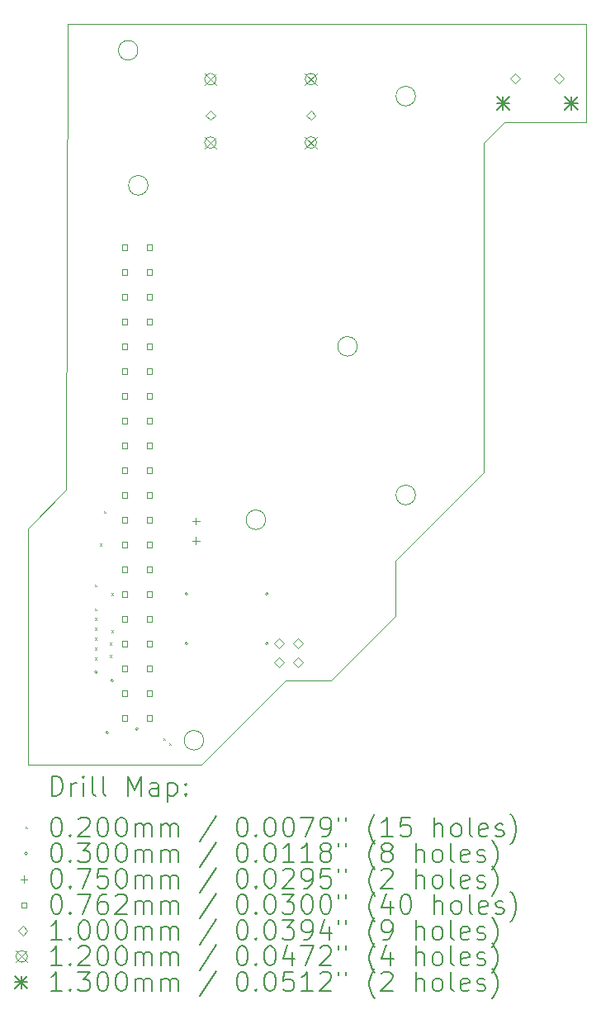
<source format=gbr>
%TF.GenerationSoftware,KiCad,Pcbnew,7.0.2-0*%
%TF.CreationDate,2025-01-26T18:28:25-07:00*%
%TF.ProjectId,RightMB,52696768-744d-4422-9e6b-696361645f70,rev?*%
%TF.SameCoordinates,Original*%
%TF.FileFunction,Drillmap*%
%TF.FilePolarity,Positive*%
%FSLAX45Y45*%
G04 Gerber Fmt 4.5, Leading zero omitted, Abs format (unit mm)*
G04 Created by KiCad (PCBNEW 7.0.2-0) date 2025-01-26 18:28:25*
%MOMM*%
%LPD*%
G01*
G04 APERTURE LIST*
%ADD10C,0.050000*%
%ADD11C,0.200000*%
%ADD12C,0.020000*%
%ADD13C,0.030000*%
%ADD14C,0.075000*%
%ADD15C,0.076200*%
%ADD16C,0.100000*%
%ADD17C,0.120000*%
%ADD18C,0.130000*%
G04 APERTURE END LIST*
D10*
X20739100Y-10744200D02*
X20751800Y-5969000D01*
X20345400Y-11137900D02*
X20739100Y-10744200D01*
X23723600Y-9271000D02*
G75*
G03*
X23723600Y-9271000I-100000J0D01*
G01*
X22783800Y-11049000D02*
G75*
G03*
X22783800Y-11049000I-100000J0D01*
G01*
X20345400Y-13563600D02*
X20345400Y-11137900D01*
X25019000Y-7188200D02*
X25234900Y-6972300D01*
X20345400Y-13563600D02*
X22123400Y-13563600D01*
X21577300Y-7620000D02*
G75*
G03*
X21577300Y-7620000I-100000J0D01*
G01*
X25019000Y-10566400D02*
X24117300Y-11468100D01*
X22987000Y-12700000D02*
X22123400Y-13563600D01*
X20751800Y-5969000D02*
X26073100Y-5969000D01*
X26073100Y-5969000D02*
X26073100Y-6972300D01*
X21474100Y-6235700D02*
G75*
G03*
X21474100Y-6235700I-100000J0D01*
G01*
X24320500Y-10795000D02*
G75*
G03*
X24320500Y-10795000I-100000J0D01*
G01*
X24117300Y-11468100D02*
X24117300Y-12039600D01*
X26073100Y-6972300D02*
X25234900Y-6972300D01*
X23456900Y-12700000D02*
X22987000Y-12700000D01*
X22148800Y-13309600D02*
G75*
G03*
X22148800Y-13309600I-100000J0D01*
G01*
X24117300Y-12039600D02*
X23456900Y-12700000D01*
X24320500Y-6705600D02*
G75*
G03*
X24320500Y-6705600I-100000J0D01*
G01*
X25019000Y-7188200D02*
X25019000Y-10566400D01*
D11*
D12*
X21033900Y-11712100D02*
X21053900Y-11732100D01*
X21053900Y-11712100D02*
X21033900Y-11732100D01*
X21033900Y-11960600D02*
X21053900Y-11980600D01*
X21053900Y-11960600D02*
X21033900Y-11980600D01*
X21033900Y-12055000D02*
X21053900Y-12075000D01*
X21053900Y-12055000D02*
X21033900Y-12075000D01*
X21033900Y-12156600D02*
X21053900Y-12176600D01*
X21053900Y-12156600D02*
X21033900Y-12176600D01*
X21033900Y-12258200D02*
X21053900Y-12278200D01*
X21053900Y-12258200D02*
X21033900Y-12278200D01*
X21033900Y-12359800D02*
X21053900Y-12379800D01*
X21053900Y-12359800D02*
X21033900Y-12379800D01*
X21033900Y-12461400D02*
X21053900Y-12481400D01*
X21053900Y-12461400D02*
X21033900Y-12481400D01*
X21084700Y-11293000D02*
X21104700Y-11313000D01*
X21104700Y-11293000D02*
X21084700Y-11313000D01*
X21122800Y-10960260D02*
X21142800Y-10980260D01*
X21142800Y-10960260D02*
X21122800Y-10980260D01*
X21186300Y-12309000D02*
X21206300Y-12329000D01*
X21206300Y-12309000D02*
X21186300Y-12329000D01*
X21186300Y-12436000D02*
X21206300Y-12456000D01*
X21206300Y-12436000D02*
X21186300Y-12456000D01*
X21199000Y-11801000D02*
X21219000Y-11821000D01*
X21219000Y-11801000D02*
X21199000Y-11821000D01*
X21199000Y-12182000D02*
X21219000Y-12202000D01*
X21219000Y-12182000D02*
X21199000Y-12202000D01*
X21732400Y-13286900D02*
X21752400Y-13306900D01*
X21752400Y-13286900D02*
X21732400Y-13306900D01*
X21795900Y-13337700D02*
X21815900Y-13357700D01*
X21815900Y-13337700D02*
X21795900Y-13357700D01*
D13*
X21058900Y-12611100D02*
G75*
G03*
X21058900Y-12611100I-15000J0D01*
G01*
X21173200Y-13233400D02*
G75*
G03*
X21173200Y-13233400I-15000J0D01*
G01*
X21224000Y-12700000D02*
G75*
G03*
X21224000Y-12700000I-15000J0D01*
G01*
X21478000Y-13195300D02*
G75*
G03*
X21478000Y-13195300I-15000J0D01*
G01*
X21986000Y-11811000D02*
G75*
G03*
X21986000Y-11811000I-15000J0D01*
G01*
X21986000Y-12319000D02*
G75*
G03*
X21986000Y-12319000I-15000J0D01*
G01*
X22811500Y-11811000D02*
G75*
G03*
X22811500Y-11811000I-15000J0D01*
G01*
X22811500Y-12319000D02*
G75*
G03*
X22811500Y-12319000I-15000J0D01*
G01*
D14*
X22068400Y-11025800D02*
X22068400Y-11100800D01*
X22030900Y-11063300D02*
X22105900Y-11063300D01*
X22068400Y-11225800D02*
X22068400Y-11300800D01*
X22030900Y-11263300D02*
X22105900Y-11263300D01*
D15*
X21362941Y-8281941D02*
X21362941Y-8228059D01*
X21309059Y-8228059D01*
X21309059Y-8281941D01*
X21362941Y-8281941D01*
X21362941Y-8535941D02*
X21362941Y-8482059D01*
X21309059Y-8482059D01*
X21309059Y-8535941D01*
X21362941Y-8535941D01*
X21362941Y-8789941D02*
X21362941Y-8736059D01*
X21309059Y-8736059D01*
X21309059Y-8789941D01*
X21362941Y-8789941D01*
X21362941Y-9043941D02*
X21362941Y-8990059D01*
X21309059Y-8990059D01*
X21309059Y-9043941D01*
X21362941Y-9043941D01*
X21362941Y-9297941D02*
X21362941Y-9244059D01*
X21309059Y-9244059D01*
X21309059Y-9297941D01*
X21362941Y-9297941D01*
X21362941Y-9551941D02*
X21362941Y-9498059D01*
X21309059Y-9498059D01*
X21309059Y-9551941D01*
X21362941Y-9551941D01*
X21362941Y-9805941D02*
X21362941Y-9752059D01*
X21309059Y-9752059D01*
X21309059Y-9805941D01*
X21362941Y-9805941D01*
X21362941Y-10059941D02*
X21362941Y-10006059D01*
X21309059Y-10006059D01*
X21309059Y-10059941D01*
X21362941Y-10059941D01*
X21362941Y-10313941D02*
X21362941Y-10260059D01*
X21309059Y-10260059D01*
X21309059Y-10313941D01*
X21362941Y-10313941D01*
X21362941Y-10567941D02*
X21362941Y-10514059D01*
X21309059Y-10514059D01*
X21309059Y-10567941D01*
X21362941Y-10567941D01*
X21362941Y-10821941D02*
X21362941Y-10768059D01*
X21309059Y-10768059D01*
X21309059Y-10821941D01*
X21362941Y-10821941D01*
X21362941Y-11075941D02*
X21362941Y-11022059D01*
X21309059Y-11022059D01*
X21309059Y-11075941D01*
X21362941Y-11075941D01*
X21362941Y-11329941D02*
X21362941Y-11276059D01*
X21309059Y-11276059D01*
X21309059Y-11329941D01*
X21362941Y-11329941D01*
X21362941Y-11583941D02*
X21362941Y-11530059D01*
X21309059Y-11530059D01*
X21309059Y-11583941D01*
X21362941Y-11583941D01*
X21362941Y-11837941D02*
X21362941Y-11784059D01*
X21309059Y-11784059D01*
X21309059Y-11837941D01*
X21362941Y-11837941D01*
X21362941Y-12091941D02*
X21362941Y-12038059D01*
X21309059Y-12038059D01*
X21309059Y-12091941D01*
X21362941Y-12091941D01*
X21362941Y-12345941D02*
X21362941Y-12292059D01*
X21309059Y-12292059D01*
X21309059Y-12345941D01*
X21362941Y-12345941D01*
X21362941Y-12599941D02*
X21362941Y-12546059D01*
X21309059Y-12546059D01*
X21309059Y-12599941D01*
X21362941Y-12599941D01*
X21362941Y-12853941D02*
X21362941Y-12800059D01*
X21309059Y-12800059D01*
X21309059Y-12853941D01*
X21362941Y-12853941D01*
X21362941Y-13107941D02*
X21362941Y-13054059D01*
X21309059Y-13054059D01*
X21309059Y-13107941D01*
X21362941Y-13107941D01*
X21616941Y-8281941D02*
X21616941Y-8228059D01*
X21563059Y-8228059D01*
X21563059Y-8281941D01*
X21616941Y-8281941D01*
X21616941Y-8535941D02*
X21616941Y-8482059D01*
X21563059Y-8482059D01*
X21563059Y-8535941D01*
X21616941Y-8535941D01*
X21616941Y-8789941D02*
X21616941Y-8736059D01*
X21563059Y-8736059D01*
X21563059Y-8789941D01*
X21616941Y-8789941D01*
X21616941Y-9043941D02*
X21616941Y-8990059D01*
X21563059Y-8990059D01*
X21563059Y-9043941D01*
X21616941Y-9043941D01*
X21616941Y-9297941D02*
X21616941Y-9244059D01*
X21563059Y-9244059D01*
X21563059Y-9297941D01*
X21616941Y-9297941D01*
X21616941Y-9551941D02*
X21616941Y-9498059D01*
X21563059Y-9498059D01*
X21563059Y-9551941D01*
X21616941Y-9551941D01*
X21616941Y-9805941D02*
X21616941Y-9752059D01*
X21563059Y-9752059D01*
X21563059Y-9805941D01*
X21616941Y-9805941D01*
X21616941Y-10059941D02*
X21616941Y-10006059D01*
X21563059Y-10006059D01*
X21563059Y-10059941D01*
X21616941Y-10059941D01*
X21616941Y-10313941D02*
X21616941Y-10260059D01*
X21563059Y-10260059D01*
X21563059Y-10313941D01*
X21616941Y-10313941D01*
X21616941Y-10567941D02*
X21616941Y-10514059D01*
X21563059Y-10514059D01*
X21563059Y-10567941D01*
X21616941Y-10567941D01*
X21616941Y-10821941D02*
X21616941Y-10768059D01*
X21563059Y-10768059D01*
X21563059Y-10821941D01*
X21616941Y-10821941D01*
X21616941Y-11075941D02*
X21616941Y-11022059D01*
X21563059Y-11022059D01*
X21563059Y-11075941D01*
X21616941Y-11075941D01*
X21616941Y-11329941D02*
X21616941Y-11276059D01*
X21563059Y-11276059D01*
X21563059Y-11329941D01*
X21616941Y-11329941D01*
X21616941Y-11583941D02*
X21616941Y-11530059D01*
X21563059Y-11530059D01*
X21563059Y-11583941D01*
X21616941Y-11583941D01*
X21616941Y-11837941D02*
X21616941Y-11784059D01*
X21563059Y-11784059D01*
X21563059Y-11837941D01*
X21616941Y-11837941D01*
X21616941Y-12091941D02*
X21616941Y-12038059D01*
X21563059Y-12038059D01*
X21563059Y-12091941D01*
X21616941Y-12091941D01*
X21616941Y-12345941D02*
X21616941Y-12292059D01*
X21563059Y-12292059D01*
X21563059Y-12345941D01*
X21616941Y-12345941D01*
X21616941Y-12599941D02*
X21616941Y-12546059D01*
X21563059Y-12546059D01*
X21563059Y-12599941D01*
X21616941Y-12599941D01*
X21616941Y-12853941D02*
X21616941Y-12800059D01*
X21563059Y-12800059D01*
X21563059Y-12853941D01*
X21616941Y-12853941D01*
X21616941Y-13107941D02*
X21616941Y-13054059D01*
X21563059Y-13054059D01*
X21563059Y-13107941D01*
X21616941Y-13107941D01*
D16*
X22218000Y-6952000D02*
X22268000Y-6902000D01*
X22218000Y-6852000D01*
X22168000Y-6902000D01*
X22218000Y-6952000D01*
X22923500Y-12369000D02*
X22973500Y-12319000D01*
X22923500Y-12269000D01*
X22873500Y-12319000D01*
X22923500Y-12369000D01*
X22923500Y-12369000D02*
X22973500Y-12319000D01*
X22923500Y-12269000D01*
X22873500Y-12319000D01*
X22923500Y-12369000D01*
X22923500Y-12559500D02*
X22973500Y-12509500D01*
X22923500Y-12459500D01*
X22873500Y-12509500D01*
X22923500Y-12559500D01*
X23114000Y-12369000D02*
X23164000Y-12319000D01*
X23114000Y-12269000D01*
X23064000Y-12319000D01*
X23114000Y-12369000D01*
X23114000Y-12559500D02*
X23164000Y-12509500D01*
X23114000Y-12459500D01*
X23064000Y-12509500D01*
X23114000Y-12559500D01*
X23248000Y-6952000D02*
X23298000Y-6902000D01*
X23248000Y-6852000D01*
X23198000Y-6902000D01*
X23248000Y-6952000D01*
X25343700Y-6577800D02*
X25393700Y-6527800D01*
X25343700Y-6477800D01*
X25293700Y-6527800D01*
X25343700Y-6577800D01*
X25793700Y-6577800D02*
X25843700Y-6527800D01*
X25793700Y-6477800D01*
X25743700Y-6527800D01*
X25793700Y-6577800D01*
D17*
X22158000Y-6472000D02*
X22278000Y-6592000D01*
X22278000Y-6472000D02*
X22158000Y-6592000D01*
X22278000Y-6532000D02*
G75*
G03*
X22278000Y-6532000I-60000J0D01*
G01*
X22158000Y-7122000D02*
X22278000Y-7242000D01*
X22278000Y-7122000D02*
X22158000Y-7242000D01*
X22278000Y-7182000D02*
G75*
G03*
X22278000Y-7182000I-60000J0D01*
G01*
X23188000Y-6472000D02*
X23308000Y-6592000D01*
X23308000Y-6472000D02*
X23188000Y-6592000D01*
X23308000Y-6532000D02*
G75*
G03*
X23308000Y-6532000I-60000J0D01*
G01*
X23188000Y-7122000D02*
X23308000Y-7242000D01*
X23308000Y-7122000D02*
X23188000Y-7242000D01*
X23308000Y-7182000D02*
G75*
G03*
X23308000Y-7182000I-60000J0D01*
G01*
D18*
X25153700Y-6712800D02*
X25283700Y-6842800D01*
X25283700Y-6712800D02*
X25153700Y-6842800D01*
X25218700Y-6712800D02*
X25218700Y-6842800D01*
X25153700Y-6777800D02*
X25283700Y-6777800D01*
X25853700Y-6712800D02*
X25983700Y-6842800D01*
X25983700Y-6712800D02*
X25853700Y-6842800D01*
X25918700Y-6712800D02*
X25918700Y-6842800D01*
X25853700Y-6777800D02*
X25983700Y-6777800D01*
D11*
X20590519Y-13878624D02*
X20590519Y-13678624D01*
X20590519Y-13678624D02*
X20638138Y-13678624D01*
X20638138Y-13678624D02*
X20666710Y-13688148D01*
X20666710Y-13688148D02*
X20685757Y-13707195D01*
X20685757Y-13707195D02*
X20695281Y-13726243D01*
X20695281Y-13726243D02*
X20704805Y-13764338D01*
X20704805Y-13764338D02*
X20704805Y-13792909D01*
X20704805Y-13792909D02*
X20695281Y-13831005D01*
X20695281Y-13831005D02*
X20685757Y-13850052D01*
X20685757Y-13850052D02*
X20666710Y-13869100D01*
X20666710Y-13869100D02*
X20638138Y-13878624D01*
X20638138Y-13878624D02*
X20590519Y-13878624D01*
X20790519Y-13878624D02*
X20790519Y-13745290D01*
X20790519Y-13783386D02*
X20800043Y-13764338D01*
X20800043Y-13764338D02*
X20809567Y-13754814D01*
X20809567Y-13754814D02*
X20828614Y-13745290D01*
X20828614Y-13745290D02*
X20847662Y-13745290D01*
X20914329Y-13878624D02*
X20914329Y-13745290D01*
X20914329Y-13678624D02*
X20904805Y-13688148D01*
X20904805Y-13688148D02*
X20914329Y-13697671D01*
X20914329Y-13697671D02*
X20923852Y-13688148D01*
X20923852Y-13688148D02*
X20914329Y-13678624D01*
X20914329Y-13678624D02*
X20914329Y-13697671D01*
X21038138Y-13878624D02*
X21019090Y-13869100D01*
X21019090Y-13869100D02*
X21009567Y-13850052D01*
X21009567Y-13850052D02*
X21009567Y-13678624D01*
X21142900Y-13878624D02*
X21123852Y-13869100D01*
X21123852Y-13869100D02*
X21114329Y-13850052D01*
X21114329Y-13850052D02*
X21114329Y-13678624D01*
X21371471Y-13878624D02*
X21371471Y-13678624D01*
X21371471Y-13678624D02*
X21438138Y-13821481D01*
X21438138Y-13821481D02*
X21504805Y-13678624D01*
X21504805Y-13678624D02*
X21504805Y-13878624D01*
X21685757Y-13878624D02*
X21685757Y-13773862D01*
X21685757Y-13773862D02*
X21676233Y-13754814D01*
X21676233Y-13754814D02*
X21657186Y-13745290D01*
X21657186Y-13745290D02*
X21619090Y-13745290D01*
X21619090Y-13745290D02*
X21600043Y-13754814D01*
X21685757Y-13869100D02*
X21666710Y-13878624D01*
X21666710Y-13878624D02*
X21619090Y-13878624D01*
X21619090Y-13878624D02*
X21600043Y-13869100D01*
X21600043Y-13869100D02*
X21590519Y-13850052D01*
X21590519Y-13850052D02*
X21590519Y-13831005D01*
X21590519Y-13831005D02*
X21600043Y-13811957D01*
X21600043Y-13811957D02*
X21619090Y-13802433D01*
X21619090Y-13802433D02*
X21666710Y-13802433D01*
X21666710Y-13802433D02*
X21685757Y-13792909D01*
X21780995Y-13745290D02*
X21780995Y-13945290D01*
X21780995Y-13754814D02*
X21800043Y-13745290D01*
X21800043Y-13745290D02*
X21838138Y-13745290D01*
X21838138Y-13745290D02*
X21857186Y-13754814D01*
X21857186Y-13754814D02*
X21866710Y-13764338D01*
X21866710Y-13764338D02*
X21876233Y-13783386D01*
X21876233Y-13783386D02*
X21876233Y-13840528D01*
X21876233Y-13840528D02*
X21866710Y-13859576D01*
X21866710Y-13859576D02*
X21857186Y-13869100D01*
X21857186Y-13869100D02*
X21838138Y-13878624D01*
X21838138Y-13878624D02*
X21800043Y-13878624D01*
X21800043Y-13878624D02*
X21780995Y-13869100D01*
X21961948Y-13859576D02*
X21971471Y-13869100D01*
X21971471Y-13869100D02*
X21961948Y-13878624D01*
X21961948Y-13878624D02*
X21952424Y-13869100D01*
X21952424Y-13869100D02*
X21961948Y-13859576D01*
X21961948Y-13859576D02*
X21961948Y-13878624D01*
X21961948Y-13754814D02*
X21971471Y-13764338D01*
X21971471Y-13764338D02*
X21961948Y-13773862D01*
X21961948Y-13773862D02*
X21952424Y-13764338D01*
X21952424Y-13764338D02*
X21961948Y-13754814D01*
X21961948Y-13754814D02*
X21961948Y-13773862D01*
D12*
X20322900Y-14196100D02*
X20342900Y-14216100D01*
X20342900Y-14196100D02*
X20322900Y-14216100D01*
D11*
X20628614Y-14098624D02*
X20647662Y-14098624D01*
X20647662Y-14098624D02*
X20666710Y-14108148D01*
X20666710Y-14108148D02*
X20676233Y-14117671D01*
X20676233Y-14117671D02*
X20685757Y-14136719D01*
X20685757Y-14136719D02*
X20695281Y-14174814D01*
X20695281Y-14174814D02*
X20695281Y-14222433D01*
X20695281Y-14222433D02*
X20685757Y-14260528D01*
X20685757Y-14260528D02*
X20676233Y-14279576D01*
X20676233Y-14279576D02*
X20666710Y-14289100D01*
X20666710Y-14289100D02*
X20647662Y-14298624D01*
X20647662Y-14298624D02*
X20628614Y-14298624D01*
X20628614Y-14298624D02*
X20609567Y-14289100D01*
X20609567Y-14289100D02*
X20600043Y-14279576D01*
X20600043Y-14279576D02*
X20590519Y-14260528D01*
X20590519Y-14260528D02*
X20580995Y-14222433D01*
X20580995Y-14222433D02*
X20580995Y-14174814D01*
X20580995Y-14174814D02*
X20590519Y-14136719D01*
X20590519Y-14136719D02*
X20600043Y-14117671D01*
X20600043Y-14117671D02*
X20609567Y-14108148D01*
X20609567Y-14108148D02*
X20628614Y-14098624D01*
X20780995Y-14279576D02*
X20790519Y-14289100D01*
X20790519Y-14289100D02*
X20780995Y-14298624D01*
X20780995Y-14298624D02*
X20771471Y-14289100D01*
X20771471Y-14289100D02*
X20780995Y-14279576D01*
X20780995Y-14279576D02*
X20780995Y-14298624D01*
X20866710Y-14117671D02*
X20876233Y-14108148D01*
X20876233Y-14108148D02*
X20895281Y-14098624D01*
X20895281Y-14098624D02*
X20942900Y-14098624D01*
X20942900Y-14098624D02*
X20961948Y-14108148D01*
X20961948Y-14108148D02*
X20971471Y-14117671D01*
X20971471Y-14117671D02*
X20980995Y-14136719D01*
X20980995Y-14136719D02*
X20980995Y-14155767D01*
X20980995Y-14155767D02*
X20971471Y-14184338D01*
X20971471Y-14184338D02*
X20857186Y-14298624D01*
X20857186Y-14298624D02*
X20980995Y-14298624D01*
X21104805Y-14098624D02*
X21123852Y-14098624D01*
X21123852Y-14098624D02*
X21142900Y-14108148D01*
X21142900Y-14108148D02*
X21152424Y-14117671D01*
X21152424Y-14117671D02*
X21161948Y-14136719D01*
X21161948Y-14136719D02*
X21171471Y-14174814D01*
X21171471Y-14174814D02*
X21171471Y-14222433D01*
X21171471Y-14222433D02*
X21161948Y-14260528D01*
X21161948Y-14260528D02*
X21152424Y-14279576D01*
X21152424Y-14279576D02*
X21142900Y-14289100D01*
X21142900Y-14289100D02*
X21123852Y-14298624D01*
X21123852Y-14298624D02*
X21104805Y-14298624D01*
X21104805Y-14298624D02*
X21085757Y-14289100D01*
X21085757Y-14289100D02*
X21076233Y-14279576D01*
X21076233Y-14279576D02*
X21066710Y-14260528D01*
X21066710Y-14260528D02*
X21057186Y-14222433D01*
X21057186Y-14222433D02*
X21057186Y-14174814D01*
X21057186Y-14174814D02*
X21066710Y-14136719D01*
X21066710Y-14136719D02*
X21076233Y-14117671D01*
X21076233Y-14117671D02*
X21085757Y-14108148D01*
X21085757Y-14108148D02*
X21104805Y-14098624D01*
X21295281Y-14098624D02*
X21314329Y-14098624D01*
X21314329Y-14098624D02*
X21333376Y-14108148D01*
X21333376Y-14108148D02*
X21342900Y-14117671D01*
X21342900Y-14117671D02*
X21352424Y-14136719D01*
X21352424Y-14136719D02*
X21361948Y-14174814D01*
X21361948Y-14174814D02*
X21361948Y-14222433D01*
X21361948Y-14222433D02*
X21352424Y-14260528D01*
X21352424Y-14260528D02*
X21342900Y-14279576D01*
X21342900Y-14279576D02*
X21333376Y-14289100D01*
X21333376Y-14289100D02*
X21314329Y-14298624D01*
X21314329Y-14298624D02*
X21295281Y-14298624D01*
X21295281Y-14298624D02*
X21276233Y-14289100D01*
X21276233Y-14289100D02*
X21266710Y-14279576D01*
X21266710Y-14279576D02*
X21257186Y-14260528D01*
X21257186Y-14260528D02*
X21247662Y-14222433D01*
X21247662Y-14222433D02*
X21247662Y-14174814D01*
X21247662Y-14174814D02*
X21257186Y-14136719D01*
X21257186Y-14136719D02*
X21266710Y-14117671D01*
X21266710Y-14117671D02*
X21276233Y-14108148D01*
X21276233Y-14108148D02*
X21295281Y-14098624D01*
X21447662Y-14298624D02*
X21447662Y-14165290D01*
X21447662Y-14184338D02*
X21457186Y-14174814D01*
X21457186Y-14174814D02*
X21476233Y-14165290D01*
X21476233Y-14165290D02*
X21504805Y-14165290D01*
X21504805Y-14165290D02*
X21523852Y-14174814D01*
X21523852Y-14174814D02*
X21533376Y-14193862D01*
X21533376Y-14193862D02*
X21533376Y-14298624D01*
X21533376Y-14193862D02*
X21542900Y-14174814D01*
X21542900Y-14174814D02*
X21561948Y-14165290D01*
X21561948Y-14165290D02*
X21590519Y-14165290D01*
X21590519Y-14165290D02*
X21609567Y-14174814D01*
X21609567Y-14174814D02*
X21619091Y-14193862D01*
X21619091Y-14193862D02*
X21619091Y-14298624D01*
X21714329Y-14298624D02*
X21714329Y-14165290D01*
X21714329Y-14184338D02*
X21723852Y-14174814D01*
X21723852Y-14174814D02*
X21742900Y-14165290D01*
X21742900Y-14165290D02*
X21771472Y-14165290D01*
X21771472Y-14165290D02*
X21790519Y-14174814D01*
X21790519Y-14174814D02*
X21800043Y-14193862D01*
X21800043Y-14193862D02*
X21800043Y-14298624D01*
X21800043Y-14193862D02*
X21809567Y-14174814D01*
X21809567Y-14174814D02*
X21828614Y-14165290D01*
X21828614Y-14165290D02*
X21857186Y-14165290D01*
X21857186Y-14165290D02*
X21876233Y-14174814D01*
X21876233Y-14174814D02*
X21885757Y-14193862D01*
X21885757Y-14193862D02*
X21885757Y-14298624D01*
X22276233Y-14089100D02*
X22104805Y-14346243D01*
X22533376Y-14098624D02*
X22552424Y-14098624D01*
X22552424Y-14098624D02*
X22571472Y-14108148D01*
X22571472Y-14108148D02*
X22580995Y-14117671D01*
X22580995Y-14117671D02*
X22590519Y-14136719D01*
X22590519Y-14136719D02*
X22600043Y-14174814D01*
X22600043Y-14174814D02*
X22600043Y-14222433D01*
X22600043Y-14222433D02*
X22590519Y-14260528D01*
X22590519Y-14260528D02*
X22580995Y-14279576D01*
X22580995Y-14279576D02*
X22571472Y-14289100D01*
X22571472Y-14289100D02*
X22552424Y-14298624D01*
X22552424Y-14298624D02*
X22533376Y-14298624D01*
X22533376Y-14298624D02*
X22514329Y-14289100D01*
X22514329Y-14289100D02*
X22504805Y-14279576D01*
X22504805Y-14279576D02*
X22495281Y-14260528D01*
X22495281Y-14260528D02*
X22485757Y-14222433D01*
X22485757Y-14222433D02*
X22485757Y-14174814D01*
X22485757Y-14174814D02*
X22495281Y-14136719D01*
X22495281Y-14136719D02*
X22504805Y-14117671D01*
X22504805Y-14117671D02*
X22514329Y-14108148D01*
X22514329Y-14108148D02*
X22533376Y-14098624D01*
X22685757Y-14279576D02*
X22695281Y-14289100D01*
X22695281Y-14289100D02*
X22685757Y-14298624D01*
X22685757Y-14298624D02*
X22676233Y-14289100D01*
X22676233Y-14289100D02*
X22685757Y-14279576D01*
X22685757Y-14279576D02*
X22685757Y-14298624D01*
X22819091Y-14098624D02*
X22838138Y-14098624D01*
X22838138Y-14098624D02*
X22857186Y-14108148D01*
X22857186Y-14108148D02*
X22866710Y-14117671D01*
X22866710Y-14117671D02*
X22876233Y-14136719D01*
X22876233Y-14136719D02*
X22885757Y-14174814D01*
X22885757Y-14174814D02*
X22885757Y-14222433D01*
X22885757Y-14222433D02*
X22876233Y-14260528D01*
X22876233Y-14260528D02*
X22866710Y-14279576D01*
X22866710Y-14279576D02*
X22857186Y-14289100D01*
X22857186Y-14289100D02*
X22838138Y-14298624D01*
X22838138Y-14298624D02*
X22819091Y-14298624D01*
X22819091Y-14298624D02*
X22800043Y-14289100D01*
X22800043Y-14289100D02*
X22790519Y-14279576D01*
X22790519Y-14279576D02*
X22780995Y-14260528D01*
X22780995Y-14260528D02*
X22771472Y-14222433D01*
X22771472Y-14222433D02*
X22771472Y-14174814D01*
X22771472Y-14174814D02*
X22780995Y-14136719D01*
X22780995Y-14136719D02*
X22790519Y-14117671D01*
X22790519Y-14117671D02*
X22800043Y-14108148D01*
X22800043Y-14108148D02*
X22819091Y-14098624D01*
X23009567Y-14098624D02*
X23028614Y-14098624D01*
X23028614Y-14098624D02*
X23047662Y-14108148D01*
X23047662Y-14108148D02*
X23057186Y-14117671D01*
X23057186Y-14117671D02*
X23066710Y-14136719D01*
X23066710Y-14136719D02*
X23076233Y-14174814D01*
X23076233Y-14174814D02*
X23076233Y-14222433D01*
X23076233Y-14222433D02*
X23066710Y-14260528D01*
X23066710Y-14260528D02*
X23057186Y-14279576D01*
X23057186Y-14279576D02*
X23047662Y-14289100D01*
X23047662Y-14289100D02*
X23028614Y-14298624D01*
X23028614Y-14298624D02*
X23009567Y-14298624D01*
X23009567Y-14298624D02*
X22990519Y-14289100D01*
X22990519Y-14289100D02*
X22980995Y-14279576D01*
X22980995Y-14279576D02*
X22971472Y-14260528D01*
X22971472Y-14260528D02*
X22961948Y-14222433D01*
X22961948Y-14222433D02*
X22961948Y-14174814D01*
X22961948Y-14174814D02*
X22971472Y-14136719D01*
X22971472Y-14136719D02*
X22980995Y-14117671D01*
X22980995Y-14117671D02*
X22990519Y-14108148D01*
X22990519Y-14108148D02*
X23009567Y-14098624D01*
X23142900Y-14098624D02*
X23276233Y-14098624D01*
X23276233Y-14098624D02*
X23190519Y-14298624D01*
X23361948Y-14298624D02*
X23400043Y-14298624D01*
X23400043Y-14298624D02*
X23419091Y-14289100D01*
X23419091Y-14289100D02*
X23428614Y-14279576D01*
X23428614Y-14279576D02*
X23447662Y-14251005D01*
X23447662Y-14251005D02*
X23457186Y-14212909D01*
X23457186Y-14212909D02*
X23457186Y-14136719D01*
X23457186Y-14136719D02*
X23447662Y-14117671D01*
X23447662Y-14117671D02*
X23438138Y-14108148D01*
X23438138Y-14108148D02*
X23419091Y-14098624D01*
X23419091Y-14098624D02*
X23380995Y-14098624D01*
X23380995Y-14098624D02*
X23361948Y-14108148D01*
X23361948Y-14108148D02*
X23352424Y-14117671D01*
X23352424Y-14117671D02*
X23342900Y-14136719D01*
X23342900Y-14136719D02*
X23342900Y-14184338D01*
X23342900Y-14184338D02*
X23352424Y-14203386D01*
X23352424Y-14203386D02*
X23361948Y-14212909D01*
X23361948Y-14212909D02*
X23380995Y-14222433D01*
X23380995Y-14222433D02*
X23419091Y-14222433D01*
X23419091Y-14222433D02*
X23438138Y-14212909D01*
X23438138Y-14212909D02*
X23447662Y-14203386D01*
X23447662Y-14203386D02*
X23457186Y-14184338D01*
X23533376Y-14098624D02*
X23533376Y-14136719D01*
X23609567Y-14098624D02*
X23609567Y-14136719D01*
X23904805Y-14374814D02*
X23895281Y-14365290D01*
X23895281Y-14365290D02*
X23876234Y-14336719D01*
X23876234Y-14336719D02*
X23866710Y-14317671D01*
X23866710Y-14317671D02*
X23857186Y-14289100D01*
X23857186Y-14289100D02*
X23847662Y-14241481D01*
X23847662Y-14241481D02*
X23847662Y-14203386D01*
X23847662Y-14203386D02*
X23857186Y-14155767D01*
X23857186Y-14155767D02*
X23866710Y-14127195D01*
X23866710Y-14127195D02*
X23876234Y-14108148D01*
X23876234Y-14108148D02*
X23895281Y-14079576D01*
X23895281Y-14079576D02*
X23904805Y-14070052D01*
X24085757Y-14298624D02*
X23971472Y-14298624D01*
X24028614Y-14298624D02*
X24028614Y-14098624D01*
X24028614Y-14098624D02*
X24009567Y-14127195D01*
X24009567Y-14127195D02*
X23990519Y-14146243D01*
X23990519Y-14146243D02*
X23971472Y-14155767D01*
X24266710Y-14098624D02*
X24171472Y-14098624D01*
X24171472Y-14098624D02*
X24161948Y-14193862D01*
X24161948Y-14193862D02*
X24171472Y-14184338D01*
X24171472Y-14184338D02*
X24190519Y-14174814D01*
X24190519Y-14174814D02*
X24238138Y-14174814D01*
X24238138Y-14174814D02*
X24257186Y-14184338D01*
X24257186Y-14184338D02*
X24266710Y-14193862D01*
X24266710Y-14193862D02*
X24276234Y-14212909D01*
X24276234Y-14212909D02*
X24276234Y-14260528D01*
X24276234Y-14260528D02*
X24266710Y-14279576D01*
X24266710Y-14279576D02*
X24257186Y-14289100D01*
X24257186Y-14289100D02*
X24238138Y-14298624D01*
X24238138Y-14298624D02*
X24190519Y-14298624D01*
X24190519Y-14298624D02*
X24171472Y-14289100D01*
X24171472Y-14289100D02*
X24161948Y-14279576D01*
X24514329Y-14298624D02*
X24514329Y-14098624D01*
X24600043Y-14298624D02*
X24600043Y-14193862D01*
X24600043Y-14193862D02*
X24590519Y-14174814D01*
X24590519Y-14174814D02*
X24571472Y-14165290D01*
X24571472Y-14165290D02*
X24542900Y-14165290D01*
X24542900Y-14165290D02*
X24523853Y-14174814D01*
X24523853Y-14174814D02*
X24514329Y-14184338D01*
X24723853Y-14298624D02*
X24704805Y-14289100D01*
X24704805Y-14289100D02*
X24695281Y-14279576D01*
X24695281Y-14279576D02*
X24685757Y-14260528D01*
X24685757Y-14260528D02*
X24685757Y-14203386D01*
X24685757Y-14203386D02*
X24695281Y-14184338D01*
X24695281Y-14184338D02*
X24704805Y-14174814D01*
X24704805Y-14174814D02*
X24723853Y-14165290D01*
X24723853Y-14165290D02*
X24752424Y-14165290D01*
X24752424Y-14165290D02*
X24771472Y-14174814D01*
X24771472Y-14174814D02*
X24780996Y-14184338D01*
X24780996Y-14184338D02*
X24790519Y-14203386D01*
X24790519Y-14203386D02*
X24790519Y-14260528D01*
X24790519Y-14260528D02*
X24780996Y-14279576D01*
X24780996Y-14279576D02*
X24771472Y-14289100D01*
X24771472Y-14289100D02*
X24752424Y-14298624D01*
X24752424Y-14298624D02*
X24723853Y-14298624D01*
X24904805Y-14298624D02*
X24885757Y-14289100D01*
X24885757Y-14289100D02*
X24876234Y-14270052D01*
X24876234Y-14270052D02*
X24876234Y-14098624D01*
X25057186Y-14289100D02*
X25038138Y-14298624D01*
X25038138Y-14298624D02*
X25000043Y-14298624D01*
X25000043Y-14298624D02*
X24980996Y-14289100D01*
X24980996Y-14289100D02*
X24971472Y-14270052D01*
X24971472Y-14270052D02*
X24971472Y-14193862D01*
X24971472Y-14193862D02*
X24980996Y-14174814D01*
X24980996Y-14174814D02*
X25000043Y-14165290D01*
X25000043Y-14165290D02*
X25038138Y-14165290D01*
X25038138Y-14165290D02*
X25057186Y-14174814D01*
X25057186Y-14174814D02*
X25066710Y-14193862D01*
X25066710Y-14193862D02*
X25066710Y-14212909D01*
X25066710Y-14212909D02*
X24971472Y-14231957D01*
X25142900Y-14289100D02*
X25161948Y-14298624D01*
X25161948Y-14298624D02*
X25200043Y-14298624D01*
X25200043Y-14298624D02*
X25219091Y-14289100D01*
X25219091Y-14289100D02*
X25228615Y-14270052D01*
X25228615Y-14270052D02*
X25228615Y-14260528D01*
X25228615Y-14260528D02*
X25219091Y-14241481D01*
X25219091Y-14241481D02*
X25200043Y-14231957D01*
X25200043Y-14231957D02*
X25171472Y-14231957D01*
X25171472Y-14231957D02*
X25152424Y-14222433D01*
X25152424Y-14222433D02*
X25142900Y-14203386D01*
X25142900Y-14203386D02*
X25142900Y-14193862D01*
X25142900Y-14193862D02*
X25152424Y-14174814D01*
X25152424Y-14174814D02*
X25171472Y-14165290D01*
X25171472Y-14165290D02*
X25200043Y-14165290D01*
X25200043Y-14165290D02*
X25219091Y-14174814D01*
X25295281Y-14374814D02*
X25304805Y-14365290D01*
X25304805Y-14365290D02*
X25323853Y-14336719D01*
X25323853Y-14336719D02*
X25333377Y-14317671D01*
X25333377Y-14317671D02*
X25342900Y-14289100D01*
X25342900Y-14289100D02*
X25352424Y-14241481D01*
X25352424Y-14241481D02*
X25352424Y-14203386D01*
X25352424Y-14203386D02*
X25342900Y-14155767D01*
X25342900Y-14155767D02*
X25333377Y-14127195D01*
X25333377Y-14127195D02*
X25323853Y-14108148D01*
X25323853Y-14108148D02*
X25304805Y-14079576D01*
X25304805Y-14079576D02*
X25295281Y-14070052D01*
D13*
X20342900Y-14470100D02*
G75*
G03*
X20342900Y-14470100I-15000J0D01*
G01*
D11*
X20628614Y-14362624D02*
X20647662Y-14362624D01*
X20647662Y-14362624D02*
X20666710Y-14372148D01*
X20666710Y-14372148D02*
X20676233Y-14381671D01*
X20676233Y-14381671D02*
X20685757Y-14400719D01*
X20685757Y-14400719D02*
X20695281Y-14438814D01*
X20695281Y-14438814D02*
X20695281Y-14486433D01*
X20695281Y-14486433D02*
X20685757Y-14524528D01*
X20685757Y-14524528D02*
X20676233Y-14543576D01*
X20676233Y-14543576D02*
X20666710Y-14553100D01*
X20666710Y-14553100D02*
X20647662Y-14562624D01*
X20647662Y-14562624D02*
X20628614Y-14562624D01*
X20628614Y-14562624D02*
X20609567Y-14553100D01*
X20609567Y-14553100D02*
X20600043Y-14543576D01*
X20600043Y-14543576D02*
X20590519Y-14524528D01*
X20590519Y-14524528D02*
X20580995Y-14486433D01*
X20580995Y-14486433D02*
X20580995Y-14438814D01*
X20580995Y-14438814D02*
X20590519Y-14400719D01*
X20590519Y-14400719D02*
X20600043Y-14381671D01*
X20600043Y-14381671D02*
X20609567Y-14372148D01*
X20609567Y-14372148D02*
X20628614Y-14362624D01*
X20780995Y-14543576D02*
X20790519Y-14553100D01*
X20790519Y-14553100D02*
X20780995Y-14562624D01*
X20780995Y-14562624D02*
X20771471Y-14553100D01*
X20771471Y-14553100D02*
X20780995Y-14543576D01*
X20780995Y-14543576D02*
X20780995Y-14562624D01*
X20857186Y-14362624D02*
X20980995Y-14362624D01*
X20980995Y-14362624D02*
X20914329Y-14438814D01*
X20914329Y-14438814D02*
X20942900Y-14438814D01*
X20942900Y-14438814D02*
X20961948Y-14448338D01*
X20961948Y-14448338D02*
X20971471Y-14457862D01*
X20971471Y-14457862D02*
X20980995Y-14476909D01*
X20980995Y-14476909D02*
X20980995Y-14524528D01*
X20980995Y-14524528D02*
X20971471Y-14543576D01*
X20971471Y-14543576D02*
X20961948Y-14553100D01*
X20961948Y-14553100D02*
X20942900Y-14562624D01*
X20942900Y-14562624D02*
X20885757Y-14562624D01*
X20885757Y-14562624D02*
X20866710Y-14553100D01*
X20866710Y-14553100D02*
X20857186Y-14543576D01*
X21104805Y-14362624D02*
X21123852Y-14362624D01*
X21123852Y-14362624D02*
X21142900Y-14372148D01*
X21142900Y-14372148D02*
X21152424Y-14381671D01*
X21152424Y-14381671D02*
X21161948Y-14400719D01*
X21161948Y-14400719D02*
X21171471Y-14438814D01*
X21171471Y-14438814D02*
X21171471Y-14486433D01*
X21171471Y-14486433D02*
X21161948Y-14524528D01*
X21161948Y-14524528D02*
X21152424Y-14543576D01*
X21152424Y-14543576D02*
X21142900Y-14553100D01*
X21142900Y-14553100D02*
X21123852Y-14562624D01*
X21123852Y-14562624D02*
X21104805Y-14562624D01*
X21104805Y-14562624D02*
X21085757Y-14553100D01*
X21085757Y-14553100D02*
X21076233Y-14543576D01*
X21076233Y-14543576D02*
X21066710Y-14524528D01*
X21066710Y-14524528D02*
X21057186Y-14486433D01*
X21057186Y-14486433D02*
X21057186Y-14438814D01*
X21057186Y-14438814D02*
X21066710Y-14400719D01*
X21066710Y-14400719D02*
X21076233Y-14381671D01*
X21076233Y-14381671D02*
X21085757Y-14372148D01*
X21085757Y-14372148D02*
X21104805Y-14362624D01*
X21295281Y-14362624D02*
X21314329Y-14362624D01*
X21314329Y-14362624D02*
X21333376Y-14372148D01*
X21333376Y-14372148D02*
X21342900Y-14381671D01*
X21342900Y-14381671D02*
X21352424Y-14400719D01*
X21352424Y-14400719D02*
X21361948Y-14438814D01*
X21361948Y-14438814D02*
X21361948Y-14486433D01*
X21361948Y-14486433D02*
X21352424Y-14524528D01*
X21352424Y-14524528D02*
X21342900Y-14543576D01*
X21342900Y-14543576D02*
X21333376Y-14553100D01*
X21333376Y-14553100D02*
X21314329Y-14562624D01*
X21314329Y-14562624D02*
X21295281Y-14562624D01*
X21295281Y-14562624D02*
X21276233Y-14553100D01*
X21276233Y-14553100D02*
X21266710Y-14543576D01*
X21266710Y-14543576D02*
X21257186Y-14524528D01*
X21257186Y-14524528D02*
X21247662Y-14486433D01*
X21247662Y-14486433D02*
X21247662Y-14438814D01*
X21247662Y-14438814D02*
X21257186Y-14400719D01*
X21257186Y-14400719D02*
X21266710Y-14381671D01*
X21266710Y-14381671D02*
X21276233Y-14372148D01*
X21276233Y-14372148D02*
X21295281Y-14362624D01*
X21447662Y-14562624D02*
X21447662Y-14429290D01*
X21447662Y-14448338D02*
X21457186Y-14438814D01*
X21457186Y-14438814D02*
X21476233Y-14429290D01*
X21476233Y-14429290D02*
X21504805Y-14429290D01*
X21504805Y-14429290D02*
X21523852Y-14438814D01*
X21523852Y-14438814D02*
X21533376Y-14457862D01*
X21533376Y-14457862D02*
X21533376Y-14562624D01*
X21533376Y-14457862D02*
X21542900Y-14438814D01*
X21542900Y-14438814D02*
X21561948Y-14429290D01*
X21561948Y-14429290D02*
X21590519Y-14429290D01*
X21590519Y-14429290D02*
X21609567Y-14438814D01*
X21609567Y-14438814D02*
X21619091Y-14457862D01*
X21619091Y-14457862D02*
X21619091Y-14562624D01*
X21714329Y-14562624D02*
X21714329Y-14429290D01*
X21714329Y-14448338D02*
X21723852Y-14438814D01*
X21723852Y-14438814D02*
X21742900Y-14429290D01*
X21742900Y-14429290D02*
X21771472Y-14429290D01*
X21771472Y-14429290D02*
X21790519Y-14438814D01*
X21790519Y-14438814D02*
X21800043Y-14457862D01*
X21800043Y-14457862D02*
X21800043Y-14562624D01*
X21800043Y-14457862D02*
X21809567Y-14438814D01*
X21809567Y-14438814D02*
X21828614Y-14429290D01*
X21828614Y-14429290D02*
X21857186Y-14429290D01*
X21857186Y-14429290D02*
X21876233Y-14438814D01*
X21876233Y-14438814D02*
X21885757Y-14457862D01*
X21885757Y-14457862D02*
X21885757Y-14562624D01*
X22276233Y-14353100D02*
X22104805Y-14610243D01*
X22533376Y-14362624D02*
X22552424Y-14362624D01*
X22552424Y-14362624D02*
X22571472Y-14372148D01*
X22571472Y-14372148D02*
X22580995Y-14381671D01*
X22580995Y-14381671D02*
X22590519Y-14400719D01*
X22590519Y-14400719D02*
X22600043Y-14438814D01*
X22600043Y-14438814D02*
X22600043Y-14486433D01*
X22600043Y-14486433D02*
X22590519Y-14524528D01*
X22590519Y-14524528D02*
X22580995Y-14543576D01*
X22580995Y-14543576D02*
X22571472Y-14553100D01*
X22571472Y-14553100D02*
X22552424Y-14562624D01*
X22552424Y-14562624D02*
X22533376Y-14562624D01*
X22533376Y-14562624D02*
X22514329Y-14553100D01*
X22514329Y-14553100D02*
X22504805Y-14543576D01*
X22504805Y-14543576D02*
X22495281Y-14524528D01*
X22495281Y-14524528D02*
X22485757Y-14486433D01*
X22485757Y-14486433D02*
X22485757Y-14438814D01*
X22485757Y-14438814D02*
X22495281Y-14400719D01*
X22495281Y-14400719D02*
X22504805Y-14381671D01*
X22504805Y-14381671D02*
X22514329Y-14372148D01*
X22514329Y-14372148D02*
X22533376Y-14362624D01*
X22685757Y-14543576D02*
X22695281Y-14553100D01*
X22695281Y-14553100D02*
X22685757Y-14562624D01*
X22685757Y-14562624D02*
X22676233Y-14553100D01*
X22676233Y-14553100D02*
X22685757Y-14543576D01*
X22685757Y-14543576D02*
X22685757Y-14562624D01*
X22819091Y-14362624D02*
X22838138Y-14362624D01*
X22838138Y-14362624D02*
X22857186Y-14372148D01*
X22857186Y-14372148D02*
X22866710Y-14381671D01*
X22866710Y-14381671D02*
X22876233Y-14400719D01*
X22876233Y-14400719D02*
X22885757Y-14438814D01*
X22885757Y-14438814D02*
X22885757Y-14486433D01*
X22885757Y-14486433D02*
X22876233Y-14524528D01*
X22876233Y-14524528D02*
X22866710Y-14543576D01*
X22866710Y-14543576D02*
X22857186Y-14553100D01*
X22857186Y-14553100D02*
X22838138Y-14562624D01*
X22838138Y-14562624D02*
X22819091Y-14562624D01*
X22819091Y-14562624D02*
X22800043Y-14553100D01*
X22800043Y-14553100D02*
X22790519Y-14543576D01*
X22790519Y-14543576D02*
X22780995Y-14524528D01*
X22780995Y-14524528D02*
X22771472Y-14486433D01*
X22771472Y-14486433D02*
X22771472Y-14438814D01*
X22771472Y-14438814D02*
X22780995Y-14400719D01*
X22780995Y-14400719D02*
X22790519Y-14381671D01*
X22790519Y-14381671D02*
X22800043Y-14372148D01*
X22800043Y-14372148D02*
X22819091Y-14362624D01*
X23076233Y-14562624D02*
X22961948Y-14562624D01*
X23019091Y-14562624D02*
X23019091Y-14362624D01*
X23019091Y-14362624D02*
X23000043Y-14391195D01*
X23000043Y-14391195D02*
X22980995Y-14410243D01*
X22980995Y-14410243D02*
X22961948Y-14419767D01*
X23266710Y-14562624D02*
X23152424Y-14562624D01*
X23209567Y-14562624D02*
X23209567Y-14362624D01*
X23209567Y-14362624D02*
X23190519Y-14391195D01*
X23190519Y-14391195D02*
X23171472Y-14410243D01*
X23171472Y-14410243D02*
X23152424Y-14419767D01*
X23380995Y-14448338D02*
X23361948Y-14438814D01*
X23361948Y-14438814D02*
X23352424Y-14429290D01*
X23352424Y-14429290D02*
X23342900Y-14410243D01*
X23342900Y-14410243D02*
X23342900Y-14400719D01*
X23342900Y-14400719D02*
X23352424Y-14381671D01*
X23352424Y-14381671D02*
X23361948Y-14372148D01*
X23361948Y-14372148D02*
X23380995Y-14362624D01*
X23380995Y-14362624D02*
X23419091Y-14362624D01*
X23419091Y-14362624D02*
X23438138Y-14372148D01*
X23438138Y-14372148D02*
X23447662Y-14381671D01*
X23447662Y-14381671D02*
X23457186Y-14400719D01*
X23457186Y-14400719D02*
X23457186Y-14410243D01*
X23457186Y-14410243D02*
X23447662Y-14429290D01*
X23447662Y-14429290D02*
X23438138Y-14438814D01*
X23438138Y-14438814D02*
X23419091Y-14448338D01*
X23419091Y-14448338D02*
X23380995Y-14448338D01*
X23380995Y-14448338D02*
X23361948Y-14457862D01*
X23361948Y-14457862D02*
X23352424Y-14467386D01*
X23352424Y-14467386D02*
X23342900Y-14486433D01*
X23342900Y-14486433D02*
X23342900Y-14524528D01*
X23342900Y-14524528D02*
X23352424Y-14543576D01*
X23352424Y-14543576D02*
X23361948Y-14553100D01*
X23361948Y-14553100D02*
X23380995Y-14562624D01*
X23380995Y-14562624D02*
X23419091Y-14562624D01*
X23419091Y-14562624D02*
X23438138Y-14553100D01*
X23438138Y-14553100D02*
X23447662Y-14543576D01*
X23447662Y-14543576D02*
X23457186Y-14524528D01*
X23457186Y-14524528D02*
X23457186Y-14486433D01*
X23457186Y-14486433D02*
X23447662Y-14467386D01*
X23447662Y-14467386D02*
X23438138Y-14457862D01*
X23438138Y-14457862D02*
X23419091Y-14448338D01*
X23533376Y-14362624D02*
X23533376Y-14400719D01*
X23609567Y-14362624D02*
X23609567Y-14400719D01*
X23904805Y-14638814D02*
X23895281Y-14629290D01*
X23895281Y-14629290D02*
X23876234Y-14600719D01*
X23876234Y-14600719D02*
X23866710Y-14581671D01*
X23866710Y-14581671D02*
X23857186Y-14553100D01*
X23857186Y-14553100D02*
X23847662Y-14505481D01*
X23847662Y-14505481D02*
X23847662Y-14467386D01*
X23847662Y-14467386D02*
X23857186Y-14419767D01*
X23857186Y-14419767D02*
X23866710Y-14391195D01*
X23866710Y-14391195D02*
X23876234Y-14372148D01*
X23876234Y-14372148D02*
X23895281Y-14343576D01*
X23895281Y-14343576D02*
X23904805Y-14334052D01*
X24009567Y-14448338D02*
X23990519Y-14438814D01*
X23990519Y-14438814D02*
X23980995Y-14429290D01*
X23980995Y-14429290D02*
X23971472Y-14410243D01*
X23971472Y-14410243D02*
X23971472Y-14400719D01*
X23971472Y-14400719D02*
X23980995Y-14381671D01*
X23980995Y-14381671D02*
X23990519Y-14372148D01*
X23990519Y-14372148D02*
X24009567Y-14362624D01*
X24009567Y-14362624D02*
X24047662Y-14362624D01*
X24047662Y-14362624D02*
X24066710Y-14372148D01*
X24066710Y-14372148D02*
X24076234Y-14381671D01*
X24076234Y-14381671D02*
X24085757Y-14400719D01*
X24085757Y-14400719D02*
X24085757Y-14410243D01*
X24085757Y-14410243D02*
X24076234Y-14429290D01*
X24076234Y-14429290D02*
X24066710Y-14438814D01*
X24066710Y-14438814D02*
X24047662Y-14448338D01*
X24047662Y-14448338D02*
X24009567Y-14448338D01*
X24009567Y-14448338D02*
X23990519Y-14457862D01*
X23990519Y-14457862D02*
X23980995Y-14467386D01*
X23980995Y-14467386D02*
X23971472Y-14486433D01*
X23971472Y-14486433D02*
X23971472Y-14524528D01*
X23971472Y-14524528D02*
X23980995Y-14543576D01*
X23980995Y-14543576D02*
X23990519Y-14553100D01*
X23990519Y-14553100D02*
X24009567Y-14562624D01*
X24009567Y-14562624D02*
X24047662Y-14562624D01*
X24047662Y-14562624D02*
X24066710Y-14553100D01*
X24066710Y-14553100D02*
X24076234Y-14543576D01*
X24076234Y-14543576D02*
X24085757Y-14524528D01*
X24085757Y-14524528D02*
X24085757Y-14486433D01*
X24085757Y-14486433D02*
X24076234Y-14467386D01*
X24076234Y-14467386D02*
X24066710Y-14457862D01*
X24066710Y-14457862D02*
X24047662Y-14448338D01*
X24323853Y-14562624D02*
X24323853Y-14362624D01*
X24409567Y-14562624D02*
X24409567Y-14457862D01*
X24409567Y-14457862D02*
X24400043Y-14438814D01*
X24400043Y-14438814D02*
X24380996Y-14429290D01*
X24380996Y-14429290D02*
X24352424Y-14429290D01*
X24352424Y-14429290D02*
X24333376Y-14438814D01*
X24333376Y-14438814D02*
X24323853Y-14448338D01*
X24533376Y-14562624D02*
X24514329Y-14553100D01*
X24514329Y-14553100D02*
X24504805Y-14543576D01*
X24504805Y-14543576D02*
X24495281Y-14524528D01*
X24495281Y-14524528D02*
X24495281Y-14467386D01*
X24495281Y-14467386D02*
X24504805Y-14448338D01*
X24504805Y-14448338D02*
X24514329Y-14438814D01*
X24514329Y-14438814D02*
X24533376Y-14429290D01*
X24533376Y-14429290D02*
X24561948Y-14429290D01*
X24561948Y-14429290D02*
X24580996Y-14438814D01*
X24580996Y-14438814D02*
X24590519Y-14448338D01*
X24590519Y-14448338D02*
X24600043Y-14467386D01*
X24600043Y-14467386D02*
X24600043Y-14524528D01*
X24600043Y-14524528D02*
X24590519Y-14543576D01*
X24590519Y-14543576D02*
X24580996Y-14553100D01*
X24580996Y-14553100D02*
X24561948Y-14562624D01*
X24561948Y-14562624D02*
X24533376Y-14562624D01*
X24714329Y-14562624D02*
X24695281Y-14553100D01*
X24695281Y-14553100D02*
X24685757Y-14534052D01*
X24685757Y-14534052D02*
X24685757Y-14362624D01*
X24866710Y-14553100D02*
X24847662Y-14562624D01*
X24847662Y-14562624D02*
X24809567Y-14562624D01*
X24809567Y-14562624D02*
X24790519Y-14553100D01*
X24790519Y-14553100D02*
X24780996Y-14534052D01*
X24780996Y-14534052D02*
X24780996Y-14457862D01*
X24780996Y-14457862D02*
X24790519Y-14438814D01*
X24790519Y-14438814D02*
X24809567Y-14429290D01*
X24809567Y-14429290D02*
X24847662Y-14429290D01*
X24847662Y-14429290D02*
X24866710Y-14438814D01*
X24866710Y-14438814D02*
X24876234Y-14457862D01*
X24876234Y-14457862D02*
X24876234Y-14476909D01*
X24876234Y-14476909D02*
X24780996Y-14495957D01*
X24952424Y-14553100D02*
X24971472Y-14562624D01*
X24971472Y-14562624D02*
X25009567Y-14562624D01*
X25009567Y-14562624D02*
X25028615Y-14553100D01*
X25028615Y-14553100D02*
X25038138Y-14534052D01*
X25038138Y-14534052D02*
X25038138Y-14524528D01*
X25038138Y-14524528D02*
X25028615Y-14505481D01*
X25028615Y-14505481D02*
X25009567Y-14495957D01*
X25009567Y-14495957D02*
X24980996Y-14495957D01*
X24980996Y-14495957D02*
X24961948Y-14486433D01*
X24961948Y-14486433D02*
X24952424Y-14467386D01*
X24952424Y-14467386D02*
X24952424Y-14457862D01*
X24952424Y-14457862D02*
X24961948Y-14438814D01*
X24961948Y-14438814D02*
X24980996Y-14429290D01*
X24980996Y-14429290D02*
X25009567Y-14429290D01*
X25009567Y-14429290D02*
X25028615Y-14438814D01*
X25104805Y-14638814D02*
X25114329Y-14629290D01*
X25114329Y-14629290D02*
X25133377Y-14600719D01*
X25133377Y-14600719D02*
X25142900Y-14581671D01*
X25142900Y-14581671D02*
X25152424Y-14553100D01*
X25152424Y-14553100D02*
X25161948Y-14505481D01*
X25161948Y-14505481D02*
X25161948Y-14467386D01*
X25161948Y-14467386D02*
X25152424Y-14419767D01*
X25152424Y-14419767D02*
X25142900Y-14391195D01*
X25142900Y-14391195D02*
X25133377Y-14372148D01*
X25133377Y-14372148D02*
X25114329Y-14343576D01*
X25114329Y-14343576D02*
X25104805Y-14334052D01*
D14*
X20305400Y-14696600D02*
X20305400Y-14771600D01*
X20267900Y-14734100D02*
X20342900Y-14734100D01*
D11*
X20628614Y-14626624D02*
X20647662Y-14626624D01*
X20647662Y-14626624D02*
X20666710Y-14636148D01*
X20666710Y-14636148D02*
X20676233Y-14645671D01*
X20676233Y-14645671D02*
X20685757Y-14664719D01*
X20685757Y-14664719D02*
X20695281Y-14702814D01*
X20695281Y-14702814D02*
X20695281Y-14750433D01*
X20695281Y-14750433D02*
X20685757Y-14788528D01*
X20685757Y-14788528D02*
X20676233Y-14807576D01*
X20676233Y-14807576D02*
X20666710Y-14817100D01*
X20666710Y-14817100D02*
X20647662Y-14826624D01*
X20647662Y-14826624D02*
X20628614Y-14826624D01*
X20628614Y-14826624D02*
X20609567Y-14817100D01*
X20609567Y-14817100D02*
X20600043Y-14807576D01*
X20600043Y-14807576D02*
X20590519Y-14788528D01*
X20590519Y-14788528D02*
X20580995Y-14750433D01*
X20580995Y-14750433D02*
X20580995Y-14702814D01*
X20580995Y-14702814D02*
X20590519Y-14664719D01*
X20590519Y-14664719D02*
X20600043Y-14645671D01*
X20600043Y-14645671D02*
X20609567Y-14636148D01*
X20609567Y-14636148D02*
X20628614Y-14626624D01*
X20780995Y-14807576D02*
X20790519Y-14817100D01*
X20790519Y-14817100D02*
X20780995Y-14826624D01*
X20780995Y-14826624D02*
X20771471Y-14817100D01*
X20771471Y-14817100D02*
X20780995Y-14807576D01*
X20780995Y-14807576D02*
X20780995Y-14826624D01*
X20857186Y-14626624D02*
X20990519Y-14626624D01*
X20990519Y-14626624D02*
X20904805Y-14826624D01*
X21161948Y-14626624D02*
X21066710Y-14626624D01*
X21066710Y-14626624D02*
X21057186Y-14721862D01*
X21057186Y-14721862D02*
X21066710Y-14712338D01*
X21066710Y-14712338D02*
X21085757Y-14702814D01*
X21085757Y-14702814D02*
X21133376Y-14702814D01*
X21133376Y-14702814D02*
X21152424Y-14712338D01*
X21152424Y-14712338D02*
X21161948Y-14721862D01*
X21161948Y-14721862D02*
X21171471Y-14740909D01*
X21171471Y-14740909D02*
X21171471Y-14788528D01*
X21171471Y-14788528D02*
X21161948Y-14807576D01*
X21161948Y-14807576D02*
X21152424Y-14817100D01*
X21152424Y-14817100D02*
X21133376Y-14826624D01*
X21133376Y-14826624D02*
X21085757Y-14826624D01*
X21085757Y-14826624D02*
X21066710Y-14817100D01*
X21066710Y-14817100D02*
X21057186Y-14807576D01*
X21295281Y-14626624D02*
X21314329Y-14626624D01*
X21314329Y-14626624D02*
X21333376Y-14636148D01*
X21333376Y-14636148D02*
X21342900Y-14645671D01*
X21342900Y-14645671D02*
X21352424Y-14664719D01*
X21352424Y-14664719D02*
X21361948Y-14702814D01*
X21361948Y-14702814D02*
X21361948Y-14750433D01*
X21361948Y-14750433D02*
X21352424Y-14788528D01*
X21352424Y-14788528D02*
X21342900Y-14807576D01*
X21342900Y-14807576D02*
X21333376Y-14817100D01*
X21333376Y-14817100D02*
X21314329Y-14826624D01*
X21314329Y-14826624D02*
X21295281Y-14826624D01*
X21295281Y-14826624D02*
X21276233Y-14817100D01*
X21276233Y-14817100D02*
X21266710Y-14807576D01*
X21266710Y-14807576D02*
X21257186Y-14788528D01*
X21257186Y-14788528D02*
X21247662Y-14750433D01*
X21247662Y-14750433D02*
X21247662Y-14702814D01*
X21247662Y-14702814D02*
X21257186Y-14664719D01*
X21257186Y-14664719D02*
X21266710Y-14645671D01*
X21266710Y-14645671D02*
X21276233Y-14636148D01*
X21276233Y-14636148D02*
X21295281Y-14626624D01*
X21447662Y-14826624D02*
X21447662Y-14693290D01*
X21447662Y-14712338D02*
X21457186Y-14702814D01*
X21457186Y-14702814D02*
X21476233Y-14693290D01*
X21476233Y-14693290D02*
X21504805Y-14693290D01*
X21504805Y-14693290D02*
X21523852Y-14702814D01*
X21523852Y-14702814D02*
X21533376Y-14721862D01*
X21533376Y-14721862D02*
X21533376Y-14826624D01*
X21533376Y-14721862D02*
X21542900Y-14702814D01*
X21542900Y-14702814D02*
X21561948Y-14693290D01*
X21561948Y-14693290D02*
X21590519Y-14693290D01*
X21590519Y-14693290D02*
X21609567Y-14702814D01*
X21609567Y-14702814D02*
X21619091Y-14721862D01*
X21619091Y-14721862D02*
X21619091Y-14826624D01*
X21714329Y-14826624D02*
X21714329Y-14693290D01*
X21714329Y-14712338D02*
X21723852Y-14702814D01*
X21723852Y-14702814D02*
X21742900Y-14693290D01*
X21742900Y-14693290D02*
X21771472Y-14693290D01*
X21771472Y-14693290D02*
X21790519Y-14702814D01*
X21790519Y-14702814D02*
X21800043Y-14721862D01*
X21800043Y-14721862D02*
X21800043Y-14826624D01*
X21800043Y-14721862D02*
X21809567Y-14702814D01*
X21809567Y-14702814D02*
X21828614Y-14693290D01*
X21828614Y-14693290D02*
X21857186Y-14693290D01*
X21857186Y-14693290D02*
X21876233Y-14702814D01*
X21876233Y-14702814D02*
X21885757Y-14721862D01*
X21885757Y-14721862D02*
X21885757Y-14826624D01*
X22276233Y-14617100D02*
X22104805Y-14874243D01*
X22533376Y-14626624D02*
X22552424Y-14626624D01*
X22552424Y-14626624D02*
X22571472Y-14636148D01*
X22571472Y-14636148D02*
X22580995Y-14645671D01*
X22580995Y-14645671D02*
X22590519Y-14664719D01*
X22590519Y-14664719D02*
X22600043Y-14702814D01*
X22600043Y-14702814D02*
X22600043Y-14750433D01*
X22600043Y-14750433D02*
X22590519Y-14788528D01*
X22590519Y-14788528D02*
X22580995Y-14807576D01*
X22580995Y-14807576D02*
X22571472Y-14817100D01*
X22571472Y-14817100D02*
X22552424Y-14826624D01*
X22552424Y-14826624D02*
X22533376Y-14826624D01*
X22533376Y-14826624D02*
X22514329Y-14817100D01*
X22514329Y-14817100D02*
X22504805Y-14807576D01*
X22504805Y-14807576D02*
X22495281Y-14788528D01*
X22495281Y-14788528D02*
X22485757Y-14750433D01*
X22485757Y-14750433D02*
X22485757Y-14702814D01*
X22485757Y-14702814D02*
X22495281Y-14664719D01*
X22495281Y-14664719D02*
X22504805Y-14645671D01*
X22504805Y-14645671D02*
X22514329Y-14636148D01*
X22514329Y-14636148D02*
X22533376Y-14626624D01*
X22685757Y-14807576D02*
X22695281Y-14817100D01*
X22695281Y-14817100D02*
X22685757Y-14826624D01*
X22685757Y-14826624D02*
X22676233Y-14817100D01*
X22676233Y-14817100D02*
X22685757Y-14807576D01*
X22685757Y-14807576D02*
X22685757Y-14826624D01*
X22819091Y-14626624D02*
X22838138Y-14626624D01*
X22838138Y-14626624D02*
X22857186Y-14636148D01*
X22857186Y-14636148D02*
X22866710Y-14645671D01*
X22866710Y-14645671D02*
X22876233Y-14664719D01*
X22876233Y-14664719D02*
X22885757Y-14702814D01*
X22885757Y-14702814D02*
X22885757Y-14750433D01*
X22885757Y-14750433D02*
X22876233Y-14788528D01*
X22876233Y-14788528D02*
X22866710Y-14807576D01*
X22866710Y-14807576D02*
X22857186Y-14817100D01*
X22857186Y-14817100D02*
X22838138Y-14826624D01*
X22838138Y-14826624D02*
X22819091Y-14826624D01*
X22819091Y-14826624D02*
X22800043Y-14817100D01*
X22800043Y-14817100D02*
X22790519Y-14807576D01*
X22790519Y-14807576D02*
X22780995Y-14788528D01*
X22780995Y-14788528D02*
X22771472Y-14750433D01*
X22771472Y-14750433D02*
X22771472Y-14702814D01*
X22771472Y-14702814D02*
X22780995Y-14664719D01*
X22780995Y-14664719D02*
X22790519Y-14645671D01*
X22790519Y-14645671D02*
X22800043Y-14636148D01*
X22800043Y-14636148D02*
X22819091Y-14626624D01*
X22961948Y-14645671D02*
X22971472Y-14636148D01*
X22971472Y-14636148D02*
X22990519Y-14626624D01*
X22990519Y-14626624D02*
X23038138Y-14626624D01*
X23038138Y-14626624D02*
X23057186Y-14636148D01*
X23057186Y-14636148D02*
X23066710Y-14645671D01*
X23066710Y-14645671D02*
X23076233Y-14664719D01*
X23076233Y-14664719D02*
X23076233Y-14683767D01*
X23076233Y-14683767D02*
X23066710Y-14712338D01*
X23066710Y-14712338D02*
X22952424Y-14826624D01*
X22952424Y-14826624D02*
X23076233Y-14826624D01*
X23171472Y-14826624D02*
X23209567Y-14826624D01*
X23209567Y-14826624D02*
X23228614Y-14817100D01*
X23228614Y-14817100D02*
X23238138Y-14807576D01*
X23238138Y-14807576D02*
X23257186Y-14779005D01*
X23257186Y-14779005D02*
X23266710Y-14740909D01*
X23266710Y-14740909D02*
X23266710Y-14664719D01*
X23266710Y-14664719D02*
X23257186Y-14645671D01*
X23257186Y-14645671D02*
X23247662Y-14636148D01*
X23247662Y-14636148D02*
X23228614Y-14626624D01*
X23228614Y-14626624D02*
X23190519Y-14626624D01*
X23190519Y-14626624D02*
X23171472Y-14636148D01*
X23171472Y-14636148D02*
X23161948Y-14645671D01*
X23161948Y-14645671D02*
X23152424Y-14664719D01*
X23152424Y-14664719D02*
X23152424Y-14712338D01*
X23152424Y-14712338D02*
X23161948Y-14731386D01*
X23161948Y-14731386D02*
X23171472Y-14740909D01*
X23171472Y-14740909D02*
X23190519Y-14750433D01*
X23190519Y-14750433D02*
X23228614Y-14750433D01*
X23228614Y-14750433D02*
X23247662Y-14740909D01*
X23247662Y-14740909D02*
X23257186Y-14731386D01*
X23257186Y-14731386D02*
X23266710Y-14712338D01*
X23447662Y-14626624D02*
X23352424Y-14626624D01*
X23352424Y-14626624D02*
X23342900Y-14721862D01*
X23342900Y-14721862D02*
X23352424Y-14712338D01*
X23352424Y-14712338D02*
X23371472Y-14702814D01*
X23371472Y-14702814D02*
X23419091Y-14702814D01*
X23419091Y-14702814D02*
X23438138Y-14712338D01*
X23438138Y-14712338D02*
X23447662Y-14721862D01*
X23447662Y-14721862D02*
X23457186Y-14740909D01*
X23457186Y-14740909D02*
X23457186Y-14788528D01*
X23457186Y-14788528D02*
X23447662Y-14807576D01*
X23447662Y-14807576D02*
X23438138Y-14817100D01*
X23438138Y-14817100D02*
X23419091Y-14826624D01*
X23419091Y-14826624D02*
X23371472Y-14826624D01*
X23371472Y-14826624D02*
X23352424Y-14817100D01*
X23352424Y-14817100D02*
X23342900Y-14807576D01*
X23533376Y-14626624D02*
X23533376Y-14664719D01*
X23609567Y-14626624D02*
X23609567Y-14664719D01*
X23904805Y-14902814D02*
X23895281Y-14893290D01*
X23895281Y-14893290D02*
X23876234Y-14864719D01*
X23876234Y-14864719D02*
X23866710Y-14845671D01*
X23866710Y-14845671D02*
X23857186Y-14817100D01*
X23857186Y-14817100D02*
X23847662Y-14769481D01*
X23847662Y-14769481D02*
X23847662Y-14731386D01*
X23847662Y-14731386D02*
X23857186Y-14683767D01*
X23857186Y-14683767D02*
X23866710Y-14655195D01*
X23866710Y-14655195D02*
X23876234Y-14636148D01*
X23876234Y-14636148D02*
X23895281Y-14607576D01*
X23895281Y-14607576D02*
X23904805Y-14598052D01*
X23971472Y-14645671D02*
X23980995Y-14636148D01*
X23980995Y-14636148D02*
X24000043Y-14626624D01*
X24000043Y-14626624D02*
X24047662Y-14626624D01*
X24047662Y-14626624D02*
X24066710Y-14636148D01*
X24066710Y-14636148D02*
X24076234Y-14645671D01*
X24076234Y-14645671D02*
X24085757Y-14664719D01*
X24085757Y-14664719D02*
X24085757Y-14683767D01*
X24085757Y-14683767D02*
X24076234Y-14712338D01*
X24076234Y-14712338D02*
X23961948Y-14826624D01*
X23961948Y-14826624D02*
X24085757Y-14826624D01*
X24323853Y-14826624D02*
X24323853Y-14626624D01*
X24409567Y-14826624D02*
X24409567Y-14721862D01*
X24409567Y-14721862D02*
X24400043Y-14702814D01*
X24400043Y-14702814D02*
X24380996Y-14693290D01*
X24380996Y-14693290D02*
X24352424Y-14693290D01*
X24352424Y-14693290D02*
X24333376Y-14702814D01*
X24333376Y-14702814D02*
X24323853Y-14712338D01*
X24533376Y-14826624D02*
X24514329Y-14817100D01*
X24514329Y-14817100D02*
X24504805Y-14807576D01*
X24504805Y-14807576D02*
X24495281Y-14788528D01*
X24495281Y-14788528D02*
X24495281Y-14731386D01*
X24495281Y-14731386D02*
X24504805Y-14712338D01*
X24504805Y-14712338D02*
X24514329Y-14702814D01*
X24514329Y-14702814D02*
X24533376Y-14693290D01*
X24533376Y-14693290D02*
X24561948Y-14693290D01*
X24561948Y-14693290D02*
X24580996Y-14702814D01*
X24580996Y-14702814D02*
X24590519Y-14712338D01*
X24590519Y-14712338D02*
X24600043Y-14731386D01*
X24600043Y-14731386D02*
X24600043Y-14788528D01*
X24600043Y-14788528D02*
X24590519Y-14807576D01*
X24590519Y-14807576D02*
X24580996Y-14817100D01*
X24580996Y-14817100D02*
X24561948Y-14826624D01*
X24561948Y-14826624D02*
X24533376Y-14826624D01*
X24714329Y-14826624D02*
X24695281Y-14817100D01*
X24695281Y-14817100D02*
X24685757Y-14798052D01*
X24685757Y-14798052D02*
X24685757Y-14626624D01*
X24866710Y-14817100D02*
X24847662Y-14826624D01*
X24847662Y-14826624D02*
X24809567Y-14826624D01*
X24809567Y-14826624D02*
X24790519Y-14817100D01*
X24790519Y-14817100D02*
X24780996Y-14798052D01*
X24780996Y-14798052D02*
X24780996Y-14721862D01*
X24780996Y-14721862D02*
X24790519Y-14702814D01*
X24790519Y-14702814D02*
X24809567Y-14693290D01*
X24809567Y-14693290D02*
X24847662Y-14693290D01*
X24847662Y-14693290D02*
X24866710Y-14702814D01*
X24866710Y-14702814D02*
X24876234Y-14721862D01*
X24876234Y-14721862D02*
X24876234Y-14740909D01*
X24876234Y-14740909D02*
X24780996Y-14759957D01*
X24952424Y-14817100D02*
X24971472Y-14826624D01*
X24971472Y-14826624D02*
X25009567Y-14826624D01*
X25009567Y-14826624D02*
X25028615Y-14817100D01*
X25028615Y-14817100D02*
X25038138Y-14798052D01*
X25038138Y-14798052D02*
X25038138Y-14788528D01*
X25038138Y-14788528D02*
X25028615Y-14769481D01*
X25028615Y-14769481D02*
X25009567Y-14759957D01*
X25009567Y-14759957D02*
X24980996Y-14759957D01*
X24980996Y-14759957D02*
X24961948Y-14750433D01*
X24961948Y-14750433D02*
X24952424Y-14731386D01*
X24952424Y-14731386D02*
X24952424Y-14721862D01*
X24952424Y-14721862D02*
X24961948Y-14702814D01*
X24961948Y-14702814D02*
X24980996Y-14693290D01*
X24980996Y-14693290D02*
X25009567Y-14693290D01*
X25009567Y-14693290D02*
X25028615Y-14702814D01*
X25104805Y-14902814D02*
X25114329Y-14893290D01*
X25114329Y-14893290D02*
X25133377Y-14864719D01*
X25133377Y-14864719D02*
X25142900Y-14845671D01*
X25142900Y-14845671D02*
X25152424Y-14817100D01*
X25152424Y-14817100D02*
X25161948Y-14769481D01*
X25161948Y-14769481D02*
X25161948Y-14731386D01*
X25161948Y-14731386D02*
X25152424Y-14683767D01*
X25152424Y-14683767D02*
X25142900Y-14655195D01*
X25142900Y-14655195D02*
X25133377Y-14636148D01*
X25133377Y-14636148D02*
X25114329Y-14607576D01*
X25114329Y-14607576D02*
X25104805Y-14598052D01*
D15*
X20331741Y-15025041D02*
X20331741Y-14971159D01*
X20277859Y-14971159D01*
X20277859Y-15025041D01*
X20331741Y-15025041D01*
D11*
X20628614Y-14890624D02*
X20647662Y-14890624D01*
X20647662Y-14890624D02*
X20666710Y-14900148D01*
X20666710Y-14900148D02*
X20676233Y-14909671D01*
X20676233Y-14909671D02*
X20685757Y-14928719D01*
X20685757Y-14928719D02*
X20695281Y-14966814D01*
X20695281Y-14966814D02*
X20695281Y-15014433D01*
X20695281Y-15014433D02*
X20685757Y-15052528D01*
X20685757Y-15052528D02*
X20676233Y-15071576D01*
X20676233Y-15071576D02*
X20666710Y-15081100D01*
X20666710Y-15081100D02*
X20647662Y-15090624D01*
X20647662Y-15090624D02*
X20628614Y-15090624D01*
X20628614Y-15090624D02*
X20609567Y-15081100D01*
X20609567Y-15081100D02*
X20600043Y-15071576D01*
X20600043Y-15071576D02*
X20590519Y-15052528D01*
X20590519Y-15052528D02*
X20580995Y-15014433D01*
X20580995Y-15014433D02*
X20580995Y-14966814D01*
X20580995Y-14966814D02*
X20590519Y-14928719D01*
X20590519Y-14928719D02*
X20600043Y-14909671D01*
X20600043Y-14909671D02*
X20609567Y-14900148D01*
X20609567Y-14900148D02*
X20628614Y-14890624D01*
X20780995Y-15071576D02*
X20790519Y-15081100D01*
X20790519Y-15081100D02*
X20780995Y-15090624D01*
X20780995Y-15090624D02*
X20771471Y-15081100D01*
X20771471Y-15081100D02*
X20780995Y-15071576D01*
X20780995Y-15071576D02*
X20780995Y-15090624D01*
X20857186Y-14890624D02*
X20990519Y-14890624D01*
X20990519Y-14890624D02*
X20904805Y-15090624D01*
X21152424Y-14890624D02*
X21114329Y-14890624D01*
X21114329Y-14890624D02*
X21095281Y-14900148D01*
X21095281Y-14900148D02*
X21085757Y-14909671D01*
X21085757Y-14909671D02*
X21066710Y-14938243D01*
X21066710Y-14938243D02*
X21057186Y-14976338D01*
X21057186Y-14976338D02*
X21057186Y-15052528D01*
X21057186Y-15052528D02*
X21066710Y-15071576D01*
X21066710Y-15071576D02*
X21076233Y-15081100D01*
X21076233Y-15081100D02*
X21095281Y-15090624D01*
X21095281Y-15090624D02*
X21133376Y-15090624D01*
X21133376Y-15090624D02*
X21152424Y-15081100D01*
X21152424Y-15081100D02*
X21161948Y-15071576D01*
X21161948Y-15071576D02*
X21171471Y-15052528D01*
X21171471Y-15052528D02*
X21171471Y-15004909D01*
X21171471Y-15004909D02*
X21161948Y-14985862D01*
X21161948Y-14985862D02*
X21152424Y-14976338D01*
X21152424Y-14976338D02*
X21133376Y-14966814D01*
X21133376Y-14966814D02*
X21095281Y-14966814D01*
X21095281Y-14966814D02*
X21076233Y-14976338D01*
X21076233Y-14976338D02*
X21066710Y-14985862D01*
X21066710Y-14985862D02*
X21057186Y-15004909D01*
X21247662Y-14909671D02*
X21257186Y-14900148D01*
X21257186Y-14900148D02*
X21276233Y-14890624D01*
X21276233Y-14890624D02*
X21323852Y-14890624D01*
X21323852Y-14890624D02*
X21342900Y-14900148D01*
X21342900Y-14900148D02*
X21352424Y-14909671D01*
X21352424Y-14909671D02*
X21361948Y-14928719D01*
X21361948Y-14928719D02*
X21361948Y-14947767D01*
X21361948Y-14947767D02*
X21352424Y-14976338D01*
X21352424Y-14976338D02*
X21238138Y-15090624D01*
X21238138Y-15090624D02*
X21361948Y-15090624D01*
X21447662Y-15090624D02*
X21447662Y-14957290D01*
X21447662Y-14976338D02*
X21457186Y-14966814D01*
X21457186Y-14966814D02*
X21476233Y-14957290D01*
X21476233Y-14957290D02*
X21504805Y-14957290D01*
X21504805Y-14957290D02*
X21523852Y-14966814D01*
X21523852Y-14966814D02*
X21533376Y-14985862D01*
X21533376Y-14985862D02*
X21533376Y-15090624D01*
X21533376Y-14985862D02*
X21542900Y-14966814D01*
X21542900Y-14966814D02*
X21561948Y-14957290D01*
X21561948Y-14957290D02*
X21590519Y-14957290D01*
X21590519Y-14957290D02*
X21609567Y-14966814D01*
X21609567Y-14966814D02*
X21619091Y-14985862D01*
X21619091Y-14985862D02*
X21619091Y-15090624D01*
X21714329Y-15090624D02*
X21714329Y-14957290D01*
X21714329Y-14976338D02*
X21723852Y-14966814D01*
X21723852Y-14966814D02*
X21742900Y-14957290D01*
X21742900Y-14957290D02*
X21771472Y-14957290D01*
X21771472Y-14957290D02*
X21790519Y-14966814D01*
X21790519Y-14966814D02*
X21800043Y-14985862D01*
X21800043Y-14985862D02*
X21800043Y-15090624D01*
X21800043Y-14985862D02*
X21809567Y-14966814D01*
X21809567Y-14966814D02*
X21828614Y-14957290D01*
X21828614Y-14957290D02*
X21857186Y-14957290D01*
X21857186Y-14957290D02*
X21876233Y-14966814D01*
X21876233Y-14966814D02*
X21885757Y-14985862D01*
X21885757Y-14985862D02*
X21885757Y-15090624D01*
X22276233Y-14881100D02*
X22104805Y-15138243D01*
X22533376Y-14890624D02*
X22552424Y-14890624D01*
X22552424Y-14890624D02*
X22571472Y-14900148D01*
X22571472Y-14900148D02*
X22580995Y-14909671D01*
X22580995Y-14909671D02*
X22590519Y-14928719D01*
X22590519Y-14928719D02*
X22600043Y-14966814D01*
X22600043Y-14966814D02*
X22600043Y-15014433D01*
X22600043Y-15014433D02*
X22590519Y-15052528D01*
X22590519Y-15052528D02*
X22580995Y-15071576D01*
X22580995Y-15071576D02*
X22571472Y-15081100D01*
X22571472Y-15081100D02*
X22552424Y-15090624D01*
X22552424Y-15090624D02*
X22533376Y-15090624D01*
X22533376Y-15090624D02*
X22514329Y-15081100D01*
X22514329Y-15081100D02*
X22504805Y-15071576D01*
X22504805Y-15071576D02*
X22495281Y-15052528D01*
X22495281Y-15052528D02*
X22485757Y-15014433D01*
X22485757Y-15014433D02*
X22485757Y-14966814D01*
X22485757Y-14966814D02*
X22495281Y-14928719D01*
X22495281Y-14928719D02*
X22504805Y-14909671D01*
X22504805Y-14909671D02*
X22514329Y-14900148D01*
X22514329Y-14900148D02*
X22533376Y-14890624D01*
X22685757Y-15071576D02*
X22695281Y-15081100D01*
X22695281Y-15081100D02*
X22685757Y-15090624D01*
X22685757Y-15090624D02*
X22676233Y-15081100D01*
X22676233Y-15081100D02*
X22685757Y-15071576D01*
X22685757Y-15071576D02*
X22685757Y-15090624D01*
X22819091Y-14890624D02*
X22838138Y-14890624D01*
X22838138Y-14890624D02*
X22857186Y-14900148D01*
X22857186Y-14900148D02*
X22866710Y-14909671D01*
X22866710Y-14909671D02*
X22876233Y-14928719D01*
X22876233Y-14928719D02*
X22885757Y-14966814D01*
X22885757Y-14966814D02*
X22885757Y-15014433D01*
X22885757Y-15014433D02*
X22876233Y-15052528D01*
X22876233Y-15052528D02*
X22866710Y-15071576D01*
X22866710Y-15071576D02*
X22857186Y-15081100D01*
X22857186Y-15081100D02*
X22838138Y-15090624D01*
X22838138Y-15090624D02*
X22819091Y-15090624D01*
X22819091Y-15090624D02*
X22800043Y-15081100D01*
X22800043Y-15081100D02*
X22790519Y-15071576D01*
X22790519Y-15071576D02*
X22780995Y-15052528D01*
X22780995Y-15052528D02*
X22771472Y-15014433D01*
X22771472Y-15014433D02*
X22771472Y-14966814D01*
X22771472Y-14966814D02*
X22780995Y-14928719D01*
X22780995Y-14928719D02*
X22790519Y-14909671D01*
X22790519Y-14909671D02*
X22800043Y-14900148D01*
X22800043Y-14900148D02*
X22819091Y-14890624D01*
X22952424Y-14890624D02*
X23076233Y-14890624D01*
X23076233Y-14890624D02*
X23009567Y-14966814D01*
X23009567Y-14966814D02*
X23038138Y-14966814D01*
X23038138Y-14966814D02*
X23057186Y-14976338D01*
X23057186Y-14976338D02*
X23066710Y-14985862D01*
X23066710Y-14985862D02*
X23076233Y-15004909D01*
X23076233Y-15004909D02*
X23076233Y-15052528D01*
X23076233Y-15052528D02*
X23066710Y-15071576D01*
X23066710Y-15071576D02*
X23057186Y-15081100D01*
X23057186Y-15081100D02*
X23038138Y-15090624D01*
X23038138Y-15090624D02*
X22980995Y-15090624D01*
X22980995Y-15090624D02*
X22961948Y-15081100D01*
X22961948Y-15081100D02*
X22952424Y-15071576D01*
X23200043Y-14890624D02*
X23219091Y-14890624D01*
X23219091Y-14890624D02*
X23238138Y-14900148D01*
X23238138Y-14900148D02*
X23247662Y-14909671D01*
X23247662Y-14909671D02*
X23257186Y-14928719D01*
X23257186Y-14928719D02*
X23266710Y-14966814D01*
X23266710Y-14966814D02*
X23266710Y-15014433D01*
X23266710Y-15014433D02*
X23257186Y-15052528D01*
X23257186Y-15052528D02*
X23247662Y-15071576D01*
X23247662Y-15071576D02*
X23238138Y-15081100D01*
X23238138Y-15081100D02*
X23219091Y-15090624D01*
X23219091Y-15090624D02*
X23200043Y-15090624D01*
X23200043Y-15090624D02*
X23180995Y-15081100D01*
X23180995Y-15081100D02*
X23171472Y-15071576D01*
X23171472Y-15071576D02*
X23161948Y-15052528D01*
X23161948Y-15052528D02*
X23152424Y-15014433D01*
X23152424Y-15014433D02*
X23152424Y-14966814D01*
X23152424Y-14966814D02*
X23161948Y-14928719D01*
X23161948Y-14928719D02*
X23171472Y-14909671D01*
X23171472Y-14909671D02*
X23180995Y-14900148D01*
X23180995Y-14900148D02*
X23200043Y-14890624D01*
X23390519Y-14890624D02*
X23409567Y-14890624D01*
X23409567Y-14890624D02*
X23428614Y-14900148D01*
X23428614Y-14900148D02*
X23438138Y-14909671D01*
X23438138Y-14909671D02*
X23447662Y-14928719D01*
X23447662Y-14928719D02*
X23457186Y-14966814D01*
X23457186Y-14966814D02*
X23457186Y-15014433D01*
X23457186Y-15014433D02*
X23447662Y-15052528D01*
X23447662Y-15052528D02*
X23438138Y-15071576D01*
X23438138Y-15071576D02*
X23428614Y-15081100D01*
X23428614Y-15081100D02*
X23409567Y-15090624D01*
X23409567Y-15090624D02*
X23390519Y-15090624D01*
X23390519Y-15090624D02*
X23371472Y-15081100D01*
X23371472Y-15081100D02*
X23361948Y-15071576D01*
X23361948Y-15071576D02*
X23352424Y-15052528D01*
X23352424Y-15052528D02*
X23342900Y-15014433D01*
X23342900Y-15014433D02*
X23342900Y-14966814D01*
X23342900Y-14966814D02*
X23352424Y-14928719D01*
X23352424Y-14928719D02*
X23361948Y-14909671D01*
X23361948Y-14909671D02*
X23371472Y-14900148D01*
X23371472Y-14900148D02*
X23390519Y-14890624D01*
X23533376Y-14890624D02*
X23533376Y-14928719D01*
X23609567Y-14890624D02*
X23609567Y-14928719D01*
X23904805Y-15166814D02*
X23895281Y-15157290D01*
X23895281Y-15157290D02*
X23876234Y-15128719D01*
X23876234Y-15128719D02*
X23866710Y-15109671D01*
X23866710Y-15109671D02*
X23857186Y-15081100D01*
X23857186Y-15081100D02*
X23847662Y-15033481D01*
X23847662Y-15033481D02*
X23847662Y-14995386D01*
X23847662Y-14995386D02*
X23857186Y-14947767D01*
X23857186Y-14947767D02*
X23866710Y-14919195D01*
X23866710Y-14919195D02*
X23876234Y-14900148D01*
X23876234Y-14900148D02*
X23895281Y-14871576D01*
X23895281Y-14871576D02*
X23904805Y-14862052D01*
X24066710Y-14957290D02*
X24066710Y-15090624D01*
X24019091Y-14881100D02*
X23971472Y-15023957D01*
X23971472Y-15023957D02*
X24095281Y-15023957D01*
X24209567Y-14890624D02*
X24228615Y-14890624D01*
X24228615Y-14890624D02*
X24247662Y-14900148D01*
X24247662Y-14900148D02*
X24257186Y-14909671D01*
X24257186Y-14909671D02*
X24266710Y-14928719D01*
X24266710Y-14928719D02*
X24276234Y-14966814D01*
X24276234Y-14966814D02*
X24276234Y-15014433D01*
X24276234Y-15014433D02*
X24266710Y-15052528D01*
X24266710Y-15052528D02*
X24257186Y-15071576D01*
X24257186Y-15071576D02*
X24247662Y-15081100D01*
X24247662Y-15081100D02*
X24228615Y-15090624D01*
X24228615Y-15090624D02*
X24209567Y-15090624D01*
X24209567Y-15090624D02*
X24190519Y-15081100D01*
X24190519Y-15081100D02*
X24180995Y-15071576D01*
X24180995Y-15071576D02*
X24171472Y-15052528D01*
X24171472Y-15052528D02*
X24161948Y-15014433D01*
X24161948Y-15014433D02*
X24161948Y-14966814D01*
X24161948Y-14966814D02*
X24171472Y-14928719D01*
X24171472Y-14928719D02*
X24180995Y-14909671D01*
X24180995Y-14909671D02*
X24190519Y-14900148D01*
X24190519Y-14900148D02*
X24209567Y-14890624D01*
X24514329Y-15090624D02*
X24514329Y-14890624D01*
X24600043Y-15090624D02*
X24600043Y-14985862D01*
X24600043Y-14985862D02*
X24590519Y-14966814D01*
X24590519Y-14966814D02*
X24571472Y-14957290D01*
X24571472Y-14957290D02*
X24542900Y-14957290D01*
X24542900Y-14957290D02*
X24523853Y-14966814D01*
X24523853Y-14966814D02*
X24514329Y-14976338D01*
X24723853Y-15090624D02*
X24704805Y-15081100D01*
X24704805Y-15081100D02*
X24695281Y-15071576D01*
X24695281Y-15071576D02*
X24685757Y-15052528D01*
X24685757Y-15052528D02*
X24685757Y-14995386D01*
X24685757Y-14995386D02*
X24695281Y-14976338D01*
X24695281Y-14976338D02*
X24704805Y-14966814D01*
X24704805Y-14966814D02*
X24723853Y-14957290D01*
X24723853Y-14957290D02*
X24752424Y-14957290D01*
X24752424Y-14957290D02*
X24771472Y-14966814D01*
X24771472Y-14966814D02*
X24780996Y-14976338D01*
X24780996Y-14976338D02*
X24790519Y-14995386D01*
X24790519Y-14995386D02*
X24790519Y-15052528D01*
X24790519Y-15052528D02*
X24780996Y-15071576D01*
X24780996Y-15071576D02*
X24771472Y-15081100D01*
X24771472Y-15081100D02*
X24752424Y-15090624D01*
X24752424Y-15090624D02*
X24723853Y-15090624D01*
X24904805Y-15090624D02*
X24885757Y-15081100D01*
X24885757Y-15081100D02*
X24876234Y-15062052D01*
X24876234Y-15062052D02*
X24876234Y-14890624D01*
X25057186Y-15081100D02*
X25038138Y-15090624D01*
X25038138Y-15090624D02*
X25000043Y-15090624D01*
X25000043Y-15090624D02*
X24980996Y-15081100D01*
X24980996Y-15081100D02*
X24971472Y-15062052D01*
X24971472Y-15062052D02*
X24971472Y-14985862D01*
X24971472Y-14985862D02*
X24980996Y-14966814D01*
X24980996Y-14966814D02*
X25000043Y-14957290D01*
X25000043Y-14957290D02*
X25038138Y-14957290D01*
X25038138Y-14957290D02*
X25057186Y-14966814D01*
X25057186Y-14966814D02*
X25066710Y-14985862D01*
X25066710Y-14985862D02*
X25066710Y-15004909D01*
X25066710Y-15004909D02*
X24971472Y-15023957D01*
X25142900Y-15081100D02*
X25161948Y-15090624D01*
X25161948Y-15090624D02*
X25200043Y-15090624D01*
X25200043Y-15090624D02*
X25219091Y-15081100D01*
X25219091Y-15081100D02*
X25228615Y-15062052D01*
X25228615Y-15062052D02*
X25228615Y-15052528D01*
X25228615Y-15052528D02*
X25219091Y-15033481D01*
X25219091Y-15033481D02*
X25200043Y-15023957D01*
X25200043Y-15023957D02*
X25171472Y-15023957D01*
X25171472Y-15023957D02*
X25152424Y-15014433D01*
X25152424Y-15014433D02*
X25142900Y-14995386D01*
X25142900Y-14995386D02*
X25142900Y-14985862D01*
X25142900Y-14985862D02*
X25152424Y-14966814D01*
X25152424Y-14966814D02*
X25171472Y-14957290D01*
X25171472Y-14957290D02*
X25200043Y-14957290D01*
X25200043Y-14957290D02*
X25219091Y-14966814D01*
X25295281Y-15166814D02*
X25304805Y-15157290D01*
X25304805Y-15157290D02*
X25323853Y-15128719D01*
X25323853Y-15128719D02*
X25333377Y-15109671D01*
X25333377Y-15109671D02*
X25342900Y-15081100D01*
X25342900Y-15081100D02*
X25352424Y-15033481D01*
X25352424Y-15033481D02*
X25352424Y-14995386D01*
X25352424Y-14995386D02*
X25342900Y-14947767D01*
X25342900Y-14947767D02*
X25333377Y-14919195D01*
X25333377Y-14919195D02*
X25323853Y-14900148D01*
X25323853Y-14900148D02*
X25304805Y-14871576D01*
X25304805Y-14871576D02*
X25295281Y-14862052D01*
D16*
X20292900Y-15312100D02*
X20342900Y-15262100D01*
X20292900Y-15212100D01*
X20242900Y-15262100D01*
X20292900Y-15312100D01*
D11*
X20695281Y-15354624D02*
X20580995Y-15354624D01*
X20638138Y-15354624D02*
X20638138Y-15154624D01*
X20638138Y-15154624D02*
X20619090Y-15183195D01*
X20619090Y-15183195D02*
X20600043Y-15202243D01*
X20600043Y-15202243D02*
X20580995Y-15211767D01*
X20780995Y-15335576D02*
X20790519Y-15345100D01*
X20790519Y-15345100D02*
X20780995Y-15354624D01*
X20780995Y-15354624D02*
X20771471Y-15345100D01*
X20771471Y-15345100D02*
X20780995Y-15335576D01*
X20780995Y-15335576D02*
X20780995Y-15354624D01*
X20914329Y-15154624D02*
X20933376Y-15154624D01*
X20933376Y-15154624D02*
X20952424Y-15164148D01*
X20952424Y-15164148D02*
X20961948Y-15173671D01*
X20961948Y-15173671D02*
X20971471Y-15192719D01*
X20971471Y-15192719D02*
X20980995Y-15230814D01*
X20980995Y-15230814D02*
X20980995Y-15278433D01*
X20980995Y-15278433D02*
X20971471Y-15316528D01*
X20971471Y-15316528D02*
X20961948Y-15335576D01*
X20961948Y-15335576D02*
X20952424Y-15345100D01*
X20952424Y-15345100D02*
X20933376Y-15354624D01*
X20933376Y-15354624D02*
X20914329Y-15354624D01*
X20914329Y-15354624D02*
X20895281Y-15345100D01*
X20895281Y-15345100D02*
X20885757Y-15335576D01*
X20885757Y-15335576D02*
X20876233Y-15316528D01*
X20876233Y-15316528D02*
X20866710Y-15278433D01*
X20866710Y-15278433D02*
X20866710Y-15230814D01*
X20866710Y-15230814D02*
X20876233Y-15192719D01*
X20876233Y-15192719D02*
X20885757Y-15173671D01*
X20885757Y-15173671D02*
X20895281Y-15164148D01*
X20895281Y-15164148D02*
X20914329Y-15154624D01*
X21104805Y-15154624D02*
X21123852Y-15154624D01*
X21123852Y-15154624D02*
X21142900Y-15164148D01*
X21142900Y-15164148D02*
X21152424Y-15173671D01*
X21152424Y-15173671D02*
X21161948Y-15192719D01*
X21161948Y-15192719D02*
X21171471Y-15230814D01*
X21171471Y-15230814D02*
X21171471Y-15278433D01*
X21171471Y-15278433D02*
X21161948Y-15316528D01*
X21161948Y-15316528D02*
X21152424Y-15335576D01*
X21152424Y-15335576D02*
X21142900Y-15345100D01*
X21142900Y-15345100D02*
X21123852Y-15354624D01*
X21123852Y-15354624D02*
X21104805Y-15354624D01*
X21104805Y-15354624D02*
X21085757Y-15345100D01*
X21085757Y-15345100D02*
X21076233Y-15335576D01*
X21076233Y-15335576D02*
X21066710Y-15316528D01*
X21066710Y-15316528D02*
X21057186Y-15278433D01*
X21057186Y-15278433D02*
X21057186Y-15230814D01*
X21057186Y-15230814D02*
X21066710Y-15192719D01*
X21066710Y-15192719D02*
X21076233Y-15173671D01*
X21076233Y-15173671D02*
X21085757Y-15164148D01*
X21085757Y-15164148D02*
X21104805Y-15154624D01*
X21295281Y-15154624D02*
X21314329Y-15154624D01*
X21314329Y-15154624D02*
X21333376Y-15164148D01*
X21333376Y-15164148D02*
X21342900Y-15173671D01*
X21342900Y-15173671D02*
X21352424Y-15192719D01*
X21352424Y-15192719D02*
X21361948Y-15230814D01*
X21361948Y-15230814D02*
X21361948Y-15278433D01*
X21361948Y-15278433D02*
X21352424Y-15316528D01*
X21352424Y-15316528D02*
X21342900Y-15335576D01*
X21342900Y-15335576D02*
X21333376Y-15345100D01*
X21333376Y-15345100D02*
X21314329Y-15354624D01*
X21314329Y-15354624D02*
X21295281Y-15354624D01*
X21295281Y-15354624D02*
X21276233Y-15345100D01*
X21276233Y-15345100D02*
X21266710Y-15335576D01*
X21266710Y-15335576D02*
X21257186Y-15316528D01*
X21257186Y-15316528D02*
X21247662Y-15278433D01*
X21247662Y-15278433D02*
X21247662Y-15230814D01*
X21247662Y-15230814D02*
X21257186Y-15192719D01*
X21257186Y-15192719D02*
X21266710Y-15173671D01*
X21266710Y-15173671D02*
X21276233Y-15164148D01*
X21276233Y-15164148D02*
X21295281Y-15154624D01*
X21447662Y-15354624D02*
X21447662Y-15221290D01*
X21447662Y-15240338D02*
X21457186Y-15230814D01*
X21457186Y-15230814D02*
X21476233Y-15221290D01*
X21476233Y-15221290D02*
X21504805Y-15221290D01*
X21504805Y-15221290D02*
X21523852Y-15230814D01*
X21523852Y-15230814D02*
X21533376Y-15249862D01*
X21533376Y-15249862D02*
X21533376Y-15354624D01*
X21533376Y-15249862D02*
X21542900Y-15230814D01*
X21542900Y-15230814D02*
X21561948Y-15221290D01*
X21561948Y-15221290D02*
X21590519Y-15221290D01*
X21590519Y-15221290D02*
X21609567Y-15230814D01*
X21609567Y-15230814D02*
X21619091Y-15249862D01*
X21619091Y-15249862D02*
X21619091Y-15354624D01*
X21714329Y-15354624D02*
X21714329Y-15221290D01*
X21714329Y-15240338D02*
X21723852Y-15230814D01*
X21723852Y-15230814D02*
X21742900Y-15221290D01*
X21742900Y-15221290D02*
X21771472Y-15221290D01*
X21771472Y-15221290D02*
X21790519Y-15230814D01*
X21790519Y-15230814D02*
X21800043Y-15249862D01*
X21800043Y-15249862D02*
X21800043Y-15354624D01*
X21800043Y-15249862D02*
X21809567Y-15230814D01*
X21809567Y-15230814D02*
X21828614Y-15221290D01*
X21828614Y-15221290D02*
X21857186Y-15221290D01*
X21857186Y-15221290D02*
X21876233Y-15230814D01*
X21876233Y-15230814D02*
X21885757Y-15249862D01*
X21885757Y-15249862D02*
X21885757Y-15354624D01*
X22276233Y-15145100D02*
X22104805Y-15402243D01*
X22533376Y-15154624D02*
X22552424Y-15154624D01*
X22552424Y-15154624D02*
X22571472Y-15164148D01*
X22571472Y-15164148D02*
X22580995Y-15173671D01*
X22580995Y-15173671D02*
X22590519Y-15192719D01*
X22590519Y-15192719D02*
X22600043Y-15230814D01*
X22600043Y-15230814D02*
X22600043Y-15278433D01*
X22600043Y-15278433D02*
X22590519Y-15316528D01*
X22590519Y-15316528D02*
X22580995Y-15335576D01*
X22580995Y-15335576D02*
X22571472Y-15345100D01*
X22571472Y-15345100D02*
X22552424Y-15354624D01*
X22552424Y-15354624D02*
X22533376Y-15354624D01*
X22533376Y-15354624D02*
X22514329Y-15345100D01*
X22514329Y-15345100D02*
X22504805Y-15335576D01*
X22504805Y-15335576D02*
X22495281Y-15316528D01*
X22495281Y-15316528D02*
X22485757Y-15278433D01*
X22485757Y-15278433D02*
X22485757Y-15230814D01*
X22485757Y-15230814D02*
X22495281Y-15192719D01*
X22495281Y-15192719D02*
X22504805Y-15173671D01*
X22504805Y-15173671D02*
X22514329Y-15164148D01*
X22514329Y-15164148D02*
X22533376Y-15154624D01*
X22685757Y-15335576D02*
X22695281Y-15345100D01*
X22695281Y-15345100D02*
X22685757Y-15354624D01*
X22685757Y-15354624D02*
X22676233Y-15345100D01*
X22676233Y-15345100D02*
X22685757Y-15335576D01*
X22685757Y-15335576D02*
X22685757Y-15354624D01*
X22819091Y-15154624D02*
X22838138Y-15154624D01*
X22838138Y-15154624D02*
X22857186Y-15164148D01*
X22857186Y-15164148D02*
X22866710Y-15173671D01*
X22866710Y-15173671D02*
X22876233Y-15192719D01*
X22876233Y-15192719D02*
X22885757Y-15230814D01*
X22885757Y-15230814D02*
X22885757Y-15278433D01*
X22885757Y-15278433D02*
X22876233Y-15316528D01*
X22876233Y-15316528D02*
X22866710Y-15335576D01*
X22866710Y-15335576D02*
X22857186Y-15345100D01*
X22857186Y-15345100D02*
X22838138Y-15354624D01*
X22838138Y-15354624D02*
X22819091Y-15354624D01*
X22819091Y-15354624D02*
X22800043Y-15345100D01*
X22800043Y-15345100D02*
X22790519Y-15335576D01*
X22790519Y-15335576D02*
X22780995Y-15316528D01*
X22780995Y-15316528D02*
X22771472Y-15278433D01*
X22771472Y-15278433D02*
X22771472Y-15230814D01*
X22771472Y-15230814D02*
X22780995Y-15192719D01*
X22780995Y-15192719D02*
X22790519Y-15173671D01*
X22790519Y-15173671D02*
X22800043Y-15164148D01*
X22800043Y-15164148D02*
X22819091Y-15154624D01*
X22952424Y-15154624D02*
X23076233Y-15154624D01*
X23076233Y-15154624D02*
X23009567Y-15230814D01*
X23009567Y-15230814D02*
X23038138Y-15230814D01*
X23038138Y-15230814D02*
X23057186Y-15240338D01*
X23057186Y-15240338D02*
X23066710Y-15249862D01*
X23066710Y-15249862D02*
X23076233Y-15268909D01*
X23076233Y-15268909D02*
X23076233Y-15316528D01*
X23076233Y-15316528D02*
X23066710Y-15335576D01*
X23066710Y-15335576D02*
X23057186Y-15345100D01*
X23057186Y-15345100D02*
X23038138Y-15354624D01*
X23038138Y-15354624D02*
X22980995Y-15354624D01*
X22980995Y-15354624D02*
X22961948Y-15345100D01*
X22961948Y-15345100D02*
X22952424Y-15335576D01*
X23171472Y-15354624D02*
X23209567Y-15354624D01*
X23209567Y-15354624D02*
X23228614Y-15345100D01*
X23228614Y-15345100D02*
X23238138Y-15335576D01*
X23238138Y-15335576D02*
X23257186Y-15307005D01*
X23257186Y-15307005D02*
X23266710Y-15268909D01*
X23266710Y-15268909D02*
X23266710Y-15192719D01*
X23266710Y-15192719D02*
X23257186Y-15173671D01*
X23257186Y-15173671D02*
X23247662Y-15164148D01*
X23247662Y-15164148D02*
X23228614Y-15154624D01*
X23228614Y-15154624D02*
X23190519Y-15154624D01*
X23190519Y-15154624D02*
X23171472Y-15164148D01*
X23171472Y-15164148D02*
X23161948Y-15173671D01*
X23161948Y-15173671D02*
X23152424Y-15192719D01*
X23152424Y-15192719D02*
X23152424Y-15240338D01*
X23152424Y-15240338D02*
X23161948Y-15259386D01*
X23161948Y-15259386D02*
X23171472Y-15268909D01*
X23171472Y-15268909D02*
X23190519Y-15278433D01*
X23190519Y-15278433D02*
X23228614Y-15278433D01*
X23228614Y-15278433D02*
X23247662Y-15268909D01*
X23247662Y-15268909D02*
X23257186Y-15259386D01*
X23257186Y-15259386D02*
X23266710Y-15240338D01*
X23438138Y-15221290D02*
X23438138Y-15354624D01*
X23390519Y-15145100D02*
X23342900Y-15287957D01*
X23342900Y-15287957D02*
X23466710Y-15287957D01*
X23533376Y-15154624D02*
X23533376Y-15192719D01*
X23609567Y-15154624D02*
X23609567Y-15192719D01*
X23904805Y-15430814D02*
X23895281Y-15421290D01*
X23895281Y-15421290D02*
X23876234Y-15392719D01*
X23876234Y-15392719D02*
X23866710Y-15373671D01*
X23866710Y-15373671D02*
X23857186Y-15345100D01*
X23857186Y-15345100D02*
X23847662Y-15297481D01*
X23847662Y-15297481D02*
X23847662Y-15259386D01*
X23847662Y-15259386D02*
X23857186Y-15211767D01*
X23857186Y-15211767D02*
X23866710Y-15183195D01*
X23866710Y-15183195D02*
X23876234Y-15164148D01*
X23876234Y-15164148D02*
X23895281Y-15135576D01*
X23895281Y-15135576D02*
X23904805Y-15126052D01*
X23990519Y-15354624D02*
X24028614Y-15354624D01*
X24028614Y-15354624D02*
X24047662Y-15345100D01*
X24047662Y-15345100D02*
X24057186Y-15335576D01*
X24057186Y-15335576D02*
X24076234Y-15307005D01*
X24076234Y-15307005D02*
X24085757Y-15268909D01*
X24085757Y-15268909D02*
X24085757Y-15192719D01*
X24085757Y-15192719D02*
X24076234Y-15173671D01*
X24076234Y-15173671D02*
X24066710Y-15164148D01*
X24066710Y-15164148D02*
X24047662Y-15154624D01*
X24047662Y-15154624D02*
X24009567Y-15154624D01*
X24009567Y-15154624D02*
X23990519Y-15164148D01*
X23990519Y-15164148D02*
X23980995Y-15173671D01*
X23980995Y-15173671D02*
X23971472Y-15192719D01*
X23971472Y-15192719D02*
X23971472Y-15240338D01*
X23971472Y-15240338D02*
X23980995Y-15259386D01*
X23980995Y-15259386D02*
X23990519Y-15268909D01*
X23990519Y-15268909D02*
X24009567Y-15278433D01*
X24009567Y-15278433D02*
X24047662Y-15278433D01*
X24047662Y-15278433D02*
X24066710Y-15268909D01*
X24066710Y-15268909D02*
X24076234Y-15259386D01*
X24076234Y-15259386D02*
X24085757Y-15240338D01*
X24323853Y-15354624D02*
X24323853Y-15154624D01*
X24409567Y-15354624D02*
X24409567Y-15249862D01*
X24409567Y-15249862D02*
X24400043Y-15230814D01*
X24400043Y-15230814D02*
X24380996Y-15221290D01*
X24380996Y-15221290D02*
X24352424Y-15221290D01*
X24352424Y-15221290D02*
X24333376Y-15230814D01*
X24333376Y-15230814D02*
X24323853Y-15240338D01*
X24533376Y-15354624D02*
X24514329Y-15345100D01*
X24514329Y-15345100D02*
X24504805Y-15335576D01*
X24504805Y-15335576D02*
X24495281Y-15316528D01*
X24495281Y-15316528D02*
X24495281Y-15259386D01*
X24495281Y-15259386D02*
X24504805Y-15240338D01*
X24504805Y-15240338D02*
X24514329Y-15230814D01*
X24514329Y-15230814D02*
X24533376Y-15221290D01*
X24533376Y-15221290D02*
X24561948Y-15221290D01*
X24561948Y-15221290D02*
X24580996Y-15230814D01*
X24580996Y-15230814D02*
X24590519Y-15240338D01*
X24590519Y-15240338D02*
X24600043Y-15259386D01*
X24600043Y-15259386D02*
X24600043Y-15316528D01*
X24600043Y-15316528D02*
X24590519Y-15335576D01*
X24590519Y-15335576D02*
X24580996Y-15345100D01*
X24580996Y-15345100D02*
X24561948Y-15354624D01*
X24561948Y-15354624D02*
X24533376Y-15354624D01*
X24714329Y-15354624D02*
X24695281Y-15345100D01*
X24695281Y-15345100D02*
X24685757Y-15326052D01*
X24685757Y-15326052D02*
X24685757Y-15154624D01*
X24866710Y-15345100D02*
X24847662Y-15354624D01*
X24847662Y-15354624D02*
X24809567Y-15354624D01*
X24809567Y-15354624D02*
X24790519Y-15345100D01*
X24790519Y-15345100D02*
X24780996Y-15326052D01*
X24780996Y-15326052D02*
X24780996Y-15249862D01*
X24780996Y-15249862D02*
X24790519Y-15230814D01*
X24790519Y-15230814D02*
X24809567Y-15221290D01*
X24809567Y-15221290D02*
X24847662Y-15221290D01*
X24847662Y-15221290D02*
X24866710Y-15230814D01*
X24866710Y-15230814D02*
X24876234Y-15249862D01*
X24876234Y-15249862D02*
X24876234Y-15268909D01*
X24876234Y-15268909D02*
X24780996Y-15287957D01*
X24952424Y-15345100D02*
X24971472Y-15354624D01*
X24971472Y-15354624D02*
X25009567Y-15354624D01*
X25009567Y-15354624D02*
X25028615Y-15345100D01*
X25028615Y-15345100D02*
X25038138Y-15326052D01*
X25038138Y-15326052D02*
X25038138Y-15316528D01*
X25038138Y-15316528D02*
X25028615Y-15297481D01*
X25028615Y-15297481D02*
X25009567Y-15287957D01*
X25009567Y-15287957D02*
X24980996Y-15287957D01*
X24980996Y-15287957D02*
X24961948Y-15278433D01*
X24961948Y-15278433D02*
X24952424Y-15259386D01*
X24952424Y-15259386D02*
X24952424Y-15249862D01*
X24952424Y-15249862D02*
X24961948Y-15230814D01*
X24961948Y-15230814D02*
X24980996Y-15221290D01*
X24980996Y-15221290D02*
X25009567Y-15221290D01*
X25009567Y-15221290D02*
X25028615Y-15230814D01*
X25104805Y-15430814D02*
X25114329Y-15421290D01*
X25114329Y-15421290D02*
X25133377Y-15392719D01*
X25133377Y-15392719D02*
X25142900Y-15373671D01*
X25142900Y-15373671D02*
X25152424Y-15345100D01*
X25152424Y-15345100D02*
X25161948Y-15297481D01*
X25161948Y-15297481D02*
X25161948Y-15259386D01*
X25161948Y-15259386D02*
X25152424Y-15211767D01*
X25152424Y-15211767D02*
X25142900Y-15183195D01*
X25142900Y-15183195D02*
X25133377Y-15164148D01*
X25133377Y-15164148D02*
X25114329Y-15135576D01*
X25114329Y-15135576D02*
X25104805Y-15126052D01*
D17*
X20222900Y-15466100D02*
X20342900Y-15586100D01*
X20342900Y-15466100D02*
X20222900Y-15586100D01*
X20342900Y-15526100D02*
G75*
G03*
X20342900Y-15526100I-60000J0D01*
G01*
D11*
X20695281Y-15618624D02*
X20580995Y-15618624D01*
X20638138Y-15618624D02*
X20638138Y-15418624D01*
X20638138Y-15418624D02*
X20619090Y-15447195D01*
X20619090Y-15447195D02*
X20600043Y-15466243D01*
X20600043Y-15466243D02*
X20580995Y-15475767D01*
X20780995Y-15599576D02*
X20790519Y-15609100D01*
X20790519Y-15609100D02*
X20780995Y-15618624D01*
X20780995Y-15618624D02*
X20771471Y-15609100D01*
X20771471Y-15609100D02*
X20780995Y-15599576D01*
X20780995Y-15599576D02*
X20780995Y-15618624D01*
X20866710Y-15437671D02*
X20876233Y-15428148D01*
X20876233Y-15428148D02*
X20895281Y-15418624D01*
X20895281Y-15418624D02*
X20942900Y-15418624D01*
X20942900Y-15418624D02*
X20961948Y-15428148D01*
X20961948Y-15428148D02*
X20971471Y-15437671D01*
X20971471Y-15437671D02*
X20980995Y-15456719D01*
X20980995Y-15456719D02*
X20980995Y-15475767D01*
X20980995Y-15475767D02*
X20971471Y-15504338D01*
X20971471Y-15504338D02*
X20857186Y-15618624D01*
X20857186Y-15618624D02*
X20980995Y-15618624D01*
X21104805Y-15418624D02*
X21123852Y-15418624D01*
X21123852Y-15418624D02*
X21142900Y-15428148D01*
X21142900Y-15428148D02*
X21152424Y-15437671D01*
X21152424Y-15437671D02*
X21161948Y-15456719D01*
X21161948Y-15456719D02*
X21171471Y-15494814D01*
X21171471Y-15494814D02*
X21171471Y-15542433D01*
X21171471Y-15542433D02*
X21161948Y-15580528D01*
X21161948Y-15580528D02*
X21152424Y-15599576D01*
X21152424Y-15599576D02*
X21142900Y-15609100D01*
X21142900Y-15609100D02*
X21123852Y-15618624D01*
X21123852Y-15618624D02*
X21104805Y-15618624D01*
X21104805Y-15618624D02*
X21085757Y-15609100D01*
X21085757Y-15609100D02*
X21076233Y-15599576D01*
X21076233Y-15599576D02*
X21066710Y-15580528D01*
X21066710Y-15580528D02*
X21057186Y-15542433D01*
X21057186Y-15542433D02*
X21057186Y-15494814D01*
X21057186Y-15494814D02*
X21066710Y-15456719D01*
X21066710Y-15456719D02*
X21076233Y-15437671D01*
X21076233Y-15437671D02*
X21085757Y-15428148D01*
X21085757Y-15428148D02*
X21104805Y-15418624D01*
X21295281Y-15418624D02*
X21314329Y-15418624D01*
X21314329Y-15418624D02*
X21333376Y-15428148D01*
X21333376Y-15428148D02*
X21342900Y-15437671D01*
X21342900Y-15437671D02*
X21352424Y-15456719D01*
X21352424Y-15456719D02*
X21361948Y-15494814D01*
X21361948Y-15494814D02*
X21361948Y-15542433D01*
X21361948Y-15542433D02*
X21352424Y-15580528D01*
X21352424Y-15580528D02*
X21342900Y-15599576D01*
X21342900Y-15599576D02*
X21333376Y-15609100D01*
X21333376Y-15609100D02*
X21314329Y-15618624D01*
X21314329Y-15618624D02*
X21295281Y-15618624D01*
X21295281Y-15618624D02*
X21276233Y-15609100D01*
X21276233Y-15609100D02*
X21266710Y-15599576D01*
X21266710Y-15599576D02*
X21257186Y-15580528D01*
X21257186Y-15580528D02*
X21247662Y-15542433D01*
X21247662Y-15542433D02*
X21247662Y-15494814D01*
X21247662Y-15494814D02*
X21257186Y-15456719D01*
X21257186Y-15456719D02*
X21266710Y-15437671D01*
X21266710Y-15437671D02*
X21276233Y-15428148D01*
X21276233Y-15428148D02*
X21295281Y-15418624D01*
X21447662Y-15618624D02*
X21447662Y-15485290D01*
X21447662Y-15504338D02*
X21457186Y-15494814D01*
X21457186Y-15494814D02*
X21476233Y-15485290D01*
X21476233Y-15485290D02*
X21504805Y-15485290D01*
X21504805Y-15485290D02*
X21523852Y-15494814D01*
X21523852Y-15494814D02*
X21533376Y-15513862D01*
X21533376Y-15513862D02*
X21533376Y-15618624D01*
X21533376Y-15513862D02*
X21542900Y-15494814D01*
X21542900Y-15494814D02*
X21561948Y-15485290D01*
X21561948Y-15485290D02*
X21590519Y-15485290D01*
X21590519Y-15485290D02*
X21609567Y-15494814D01*
X21609567Y-15494814D02*
X21619091Y-15513862D01*
X21619091Y-15513862D02*
X21619091Y-15618624D01*
X21714329Y-15618624D02*
X21714329Y-15485290D01*
X21714329Y-15504338D02*
X21723852Y-15494814D01*
X21723852Y-15494814D02*
X21742900Y-15485290D01*
X21742900Y-15485290D02*
X21771472Y-15485290D01*
X21771472Y-15485290D02*
X21790519Y-15494814D01*
X21790519Y-15494814D02*
X21800043Y-15513862D01*
X21800043Y-15513862D02*
X21800043Y-15618624D01*
X21800043Y-15513862D02*
X21809567Y-15494814D01*
X21809567Y-15494814D02*
X21828614Y-15485290D01*
X21828614Y-15485290D02*
X21857186Y-15485290D01*
X21857186Y-15485290D02*
X21876233Y-15494814D01*
X21876233Y-15494814D02*
X21885757Y-15513862D01*
X21885757Y-15513862D02*
X21885757Y-15618624D01*
X22276233Y-15409100D02*
X22104805Y-15666243D01*
X22533376Y-15418624D02*
X22552424Y-15418624D01*
X22552424Y-15418624D02*
X22571472Y-15428148D01*
X22571472Y-15428148D02*
X22580995Y-15437671D01*
X22580995Y-15437671D02*
X22590519Y-15456719D01*
X22590519Y-15456719D02*
X22600043Y-15494814D01*
X22600043Y-15494814D02*
X22600043Y-15542433D01*
X22600043Y-15542433D02*
X22590519Y-15580528D01*
X22590519Y-15580528D02*
X22580995Y-15599576D01*
X22580995Y-15599576D02*
X22571472Y-15609100D01*
X22571472Y-15609100D02*
X22552424Y-15618624D01*
X22552424Y-15618624D02*
X22533376Y-15618624D01*
X22533376Y-15618624D02*
X22514329Y-15609100D01*
X22514329Y-15609100D02*
X22504805Y-15599576D01*
X22504805Y-15599576D02*
X22495281Y-15580528D01*
X22495281Y-15580528D02*
X22485757Y-15542433D01*
X22485757Y-15542433D02*
X22485757Y-15494814D01*
X22485757Y-15494814D02*
X22495281Y-15456719D01*
X22495281Y-15456719D02*
X22504805Y-15437671D01*
X22504805Y-15437671D02*
X22514329Y-15428148D01*
X22514329Y-15428148D02*
X22533376Y-15418624D01*
X22685757Y-15599576D02*
X22695281Y-15609100D01*
X22695281Y-15609100D02*
X22685757Y-15618624D01*
X22685757Y-15618624D02*
X22676233Y-15609100D01*
X22676233Y-15609100D02*
X22685757Y-15599576D01*
X22685757Y-15599576D02*
X22685757Y-15618624D01*
X22819091Y-15418624D02*
X22838138Y-15418624D01*
X22838138Y-15418624D02*
X22857186Y-15428148D01*
X22857186Y-15428148D02*
X22866710Y-15437671D01*
X22866710Y-15437671D02*
X22876233Y-15456719D01*
X22876233Y-15456719D02*
X22885757Y-15494814D01*
X22885757Y-15494814D02*
X22885757Y-15542433D01*
X22885757Y-15542433D02*
X22876233Y-15580528D01*
X22876233Y-15580528D02*
X22866710Y-15599576D01*
X22866710Y-15599576D02*
X22857186Y-15609100D01*
X22857186Y-15609100D02*
X22838138Y-15618624D01*
X22838138Y-15618624D02*
X22819091Y-15618624D01*
X22819091Y-15618624D02*
X22800043Y-15609100D01*
X22800043Y-15609100D02*
X22790519Y-15599576D01*
X22790519Y-15599576D02*
X22780995Y-15580528D01*
X22780995Y-15580528D02*
X22771472Y-15542433D01*
X22771472Y-15542433D02*
X22771472Y-15494814D01*
X22771472Y-15494814D02*
X22780995Y-15456719D01*
X22780995Y-15456719D02*
X22790519Y-15437671D01*
X22790519Y-15437671D02*
X22800043Y-15428148D01*
X22800043Y-15428148D02*
X22819091Y-15418624D01*
X23057186Y-15485290D02*
X23057186Y-15618624D01*
X23009567Y-15409100D02*
X22961948Y-15551957D01*
X22961948Y-15551957D02*
X23085757Y-15551957D01*
X23142900Y-15418624D02*
X23276233Y-15418624D01*
X23276233Y-15418624D02*
X23190519Y-15618624D01*
X23342900Y-15437671D02*
X23352424Y-15428148D01*
X23352424Y-15428148D02*
X23371472Y-15418624D01*
X23371472Y-15418624D02*
X23419091Y-15418624D01*
X23419091Y-15418624D02*
X23438138Y-15428148D01*
X23438138Y-15428148D02*
X23447662Y-15437671D01*
X23447662Y-15437671D02*
X23457186Y-15456719D01*
X23457186Y-15456719D02*
X23457186Y-15475767D01*
X23457186Y-15475767D02*
X23447662Y-15504338D01*
X23447662Y-15504338D02*
X23333376Y-15618624D01*
X23333376Y-15618624D02*
X23457186Y-15618624D01*
X23533376Y-15418624D02*
X23533376Y-15456719D01*
X23609567Y-15418624D02*
X23609567Y-15456719D01*
X23904805Y-15694814D02*
X23895281Y-15685290D01*
X23895281Y-15685290D02*
X23876234Y-15656719D01*
X23876234Y-15656719D02*
X23866710Y-15637671D01*
X23866710Y-15637671D02*
X23857186Y-15609100D01*
X23857186Y-15609100D02*
X23847662Y-15561481D01*
X23847662Y-15561481D02*
X23847662Y-15523386D01*
X23847662Y-15523386D02*
X23857186Y-15475767D01*
X23857186Y-15475767D02*
X23866710Y-15447195D01*
X23866710Y-15447195D02*
X23876234Y-15428148D01*
X23876234Y-15428148D02*
X23895281Y-15399576D01*
X23895281Y-15399576D02*
X23904805Y-15390052D01*
X24066710Y-15485290D02*
X24066710Y-15618624D01*
X24019091Y-15409100D02*
X23971472Y-15551957D01*
X23971472Y-15551957D02*
X24095281Y-15551957D01*
X24323853Y-15618624D02*
X24323853Y-15418624D01*
X24409567Y-15618624D02*
X24409567Y-15513862D01*
X24409567Y-15513862D02*
X24400043Y-15494814D01*
X24400043Y-15494814D02*
X24380996Y-15485290D01*
X24380996Y-15485290D02*
X24352424Y-15485290D01*
X24352424Y-15485290D02*
X24333376Y-15494814D01*
X24333376Y-15494814D02*
X24323853Y-15504338D01*
X24533376Y-15618624D02*
X24514329Y-15609100D01*
X24514329Y-15609100D02*
X24504805Y-15599576D01*
X24504805Y-15599576D02*
X24495281Y-15580528D01*
X24495281Y-15580528D02*
X24495281Y-15523386D01*
X24495281Y-15523386D02*
X24504805Y-15504338D01*
X24504805Y-15504338D02*
X24514329Y-15494814D01*
X24514329Y-15494814D02*
X24533376Y-15485290D01*
X24533376Y-15485290D02*
X24561948Y-15485290D01*
X24561948Y-15485290D02*
X24580996Y-15494814D01*
X24580996Y-15494814D02*
X24590519Y-15504338D01*
X24590519Y-15504338D02*
X24600043Y-15523386D01*
X24600043Y-15523386D02*
X24600043Y-15580528D01*
X24600043Y-15580528D02*
X24590519Y-15599576D01*
X24590519Y-15599576D02*
X24580996Y-15609100D01*
X24580996Y-15609100D02*
X24561948Y-15618624D01*
X24561948Y-15618624D02*
X24533376Y-15618624D01*
X24714329Y-15618624D02*
X24695281Y-15609100D01*
X24695281Y-15609100D02*
X24685757Y-15590052D01*
X24685757Y-15590052D02*
X24685757Y-15418624D01*
X24866710Y-15609100D02*
X24847662Y-15618624D01*
X24847662Y-15618624D02*
X24809567Y-15618624D01*
X24809567Y-15618624D02*
X24790519Y-15609100D01*
X24790519Y-15609100D02*
X24780996Y-15590052D01*
X24780996Y-15590052D02*
X24780996Y-15513862D01*
X24780996Y-15513862D02*
X24790519Y-15494814D01*
X24790519Y-15494814D02*
X24809567Y-15485290D01*
X24809567Y-15485290D02*
X24847662Y-15485290D01*
X24847662Y-15485290D02*
X24866710Y-15494814D01*
X24866710Y-15494814D02*
X24876234Y-15513862D01*
X24876234Y-15513862D02*
X24876234Y-15532909D01*
X24876234Y-15532909D02*
X24780996Y-15551957D01*
X24952424Y-15609100D02*
X24971472Y-15618624D01*
X24971472Y-15618624D02*
X25009567Y-15618624D01*
X25009567Y-15618624D02*
X25028615Y-15609100D01*
X25028615Y-15609100D02*
X25038138Y-15590052D01*
X25038138Y-15590052D02*
X25038138Y-15580528D01*
X25038138Y-15580528D02*
X25028615Y-15561481D01*
X25028615Y-15561481D02*
X25009567Y-15551957D01*
X25009567Y-15551957D02*
X24980996Y-15551957D01*
X24980996Y-15551957D02*
X24961948Y-15542433D01*
X24961948Y-15542433D02*
X24952424Y-15523386D01*
X24952424Y-15523386D02*
X24952424Y-15513862D01*
X24952424Y-15513862D02*
X24961948Y-15494814D01*
X24961948Y-15494814D02*
X24980996Y-15485290D01*
X24980996Y-15485290D02*
X25009567Y-15485290D01*
X25009567Y-15485290D02*
X25028615Y-15494814D01*
X25104805Y-15694814D02*
X25114329Y-15685290D01*
X25114329Y-15685290D02*
X25133377Y-15656719D01*
X25133377Y-15656719D02*
X25142900Y-15637671D01*
X25142900Y-15637671D02*
X25152424Y-15609100D01*
X25152424Y-15609100D02*
X25161948Y-15561481D01*
X25161948Y-15561481D02*
X25161948Y-15523386D01*
X25161948Y-15523386D02*
X25152424Y-15475767D01*
X25152424Y-15475767D02*
X25142900Y-15447195D01*
X25142900Y-15447195D02*
X25133377Y-15428148D01*
X25133377Y-15428148D02*
X25114329Y-15399576D01*
X25114329Y-15399576D02*
X25104805Y-15390052D01*
D18*
X20212900Y-15725100D02*
X20342900Y-15855100D01*
X20342900Y-15725100D02*
X20212900Y-15855100D01*
X20277900Y-15725100D02*
X20277900Y-15855100D01*
X20212900Y-15790100D02*
X20342900Y-15790100D01*
D11*
X20695281Y-15882624D02*
X20580995Y-15882624D01*
X20638138Y-15882624D02*
X20638138Y-15682624D01*
X20638138Y-15682624D02*
X20619090Y-15711195D01*
X20619090Y-15711195D02*
X20600043Y-15730243D01*
X20600043Y-15730243D02*
X20580995Y-15739767D01*
X20780995Y-15863576D02*
X20790519Y-15873100D01*
X20790519Y-15873100D02*
X20780995Y-15882624D01*
X20780995Y-15882624D02*
X20771471Y-15873100D01*
X20771471Y-15873100D02*
X20780995Y-15863576D01*
X20780995Y-15863576D02*
X20780995Y-15882624D01*
X20857186Y-15682624D02*
X20980995Y-15682624D01*
X20980995Y-15682624D02*
X20914329Y-15758814D01*
X20914329Y-15758814D02*
X20942900Y-15758814D01*
X20942900Y-15758814D02*
X20961948Y-15768338D01*
X20961948Y-15768338D02*
X20971471Y-15777862D01*
X20971471Y-15777862D02*
X20980995Y-15796909D01*
X20980995Y-15796909D02*
X20980995Y-15844528D01*
X20980995Y-15844528D02*
X20971471Y-15863576D01*
X20971471Y-15863576D02*
X20961948Y-15873100D01*
X20961948Y-15873100D02*
X20942900Y-15882624D01*
X20942900Y-15882624D02*
X20885757Y-15882624D01*
X20885757Y-15882624D02*
X20866710Y-15873100D01*
X20866710Y-15873100D02*
X20857186Y-15863576D01*
X21104805Y-15682624D02*
X21123852Y-15682624D01*
X21123852Y-15682624D02*
X21142900Y-15692148D01*
X21142900Y-15692148D02*
X21152424Y-15701671D01*
X21152424Y-15701671D02*
X21161948Y-15720719D01*
X21161948Y-15720719D02*
X21171471Y-15758814D01*
X21171471Y-15758814D02*
X21171471Y-15806433D01*
X21171471Y-15806433D02*
X21161948Y-15844528D01*
X21161948Y-15844528D02*
X21152424Y-15863576D01*
X21152424Y-15863576D02*
X21142900Y-15873100D01*
X21142900Y-15873100D02*
X21123852Y-15882624D01*
X21123852Y-15882624D02*
X21104805Y-15882624D01*
X21104805Y-15882624D02*
X21085757Y-15873100D01*
X21085757Y-15873100D02*
X21076233Y-15863576D01*
X21076233Y-15863576D02*
X21066710Y-15844528D01*
X21066710Y-15844528D02*
X21057186Y-15806433D01*
X21057186Y-15806433D02*
X21057186Y-15758814D01*
X21057186Y-15758814D02*
X21066710Y-15720719D01*
X21066710Y-15720719D02*
X21076233Y-15701671D01*
X21076233Y-15701671D02*
X21085757Y-15692148D01*
X21085757Y-15692148D02*
X21104805Y-15682624D01*
X21295281Y-15682624D02*
X21314329Y-15682624D01*
X21314329Y-15682624D02*
X21333376Y-15692148D01*
X21333376Y-15692148D02*
X21342900Y-15701671D01*
X21342900Y-15701671D02*
X21352424Y-15720719D01*
X21352424Y-15720719D02*
X21361948Y-15758814D01*
X21361948Y-15758814D02*
X21361948Y-15806433D01*
X21361948Y-15806433D02*
X21352424Y-15844528D01*
X21352424Y-15844528D02*
X21342900Y-15863576D01*
X21342900Y-15863576D02*
X21333376Y-15873100D01*
X21333376Y-15873100D02*
X21314329Y-15882624D01*
X21314329Y-15882624D02*
X21295281Y-15882624D01*
X21295281Y-15882624D02*
X21276233Y-15873100D01*
X21276233Y-15873100D02*
X21266710Y-15863576D01*
X21266710Y-15863576D02*
X21257186Y-15844528D01*
X21257186Y-15844528D02*
X21247662Y-15806433D01*
X21247662Y-15806433D02*
X21247662Y-15758814D01*
X21247662Y-15758814D02*
X21257186Y-15720719D01*
X21257186Y-15720719D02*
X21266710Y-15701671D01*
X21266710Y-15701671D02*
X21276233Y-15692148D01*
X21276233Y-15692148D02*
X21295281Y-15682624D01*
X21447662Y-15882624D02*
X21447662Y-15749290D01*
X21447662Y-15768338D02*
X21457186Y-15758814D01*
X21457186Y-15758814D02*
X21476233Y-15749290D01*
X21476233Y-15749290D02*
X21504805Y-15749290D01*
X21504805Y-15749290D02*
X21523852Y-15758814D01*
X21523852Y-15758814D02*
X21533376Y-15777862D01*
X21533376Y-15777862D02*
X21533376Y-15882624D01*
X21533376Y-15777862D02*
X21542900Y-15758814D01*
X21542900Y-15758814D02*
X21561948Y-15749290D01*
X21561948Y-15749290D02*
X21590519Y-15749290D01*
X21590519Y-15749290D02*
X21609567Y-15758814D01*
X21609567Y-15758814D02*
X21619091Y-15777862D01*
X21619091Y-15777862D02*
X21619091Y-15882624D01*
X21714329Y-15882624D02*
X21714329Y-15749290D01*
X21714329Y-15768338D02*
X21723852Y-15758814D01*
X21723852Y-15758814D02*
X21742900Y-15749290D01*
X21742900Y-15749290D02*
X21771472Y-15749290D01*
X21771472Y-15749290D02*
X21790519Y-15758814D01*
X21790519Y-15758814D02*
X21800043Y-15777862D01*
X21800043Y-15777862D02*
X21800043Y-15882624D01*
X21800043Y-15777862D02*
X21809567Y-15758814D01*
X21809567Y-15758814D02*
X21828614Y-15749290D01*
X21828614Y-15749290D02*
X21857186Y-15749290D01*
X21857186Y-15749290D02*
X21876233Y-15758814D01*
X21876233Y-15758814D02*
X21885757Y-15777862D01*
X21885757Y-15777862D02*
X21885757Y-15882624D01*
X22276233Y-15673100D02*
X22104805Y-15930243D01*
X22533376Y-15682624D02*
X22552424Y-15682624D01*
X22552424Y-15682624D02*
X22571472Y-15692148D01*
X22571472Y-15692148D02*
X22580995Y-15701671D01*
X22580995Y-15701671D02*
X22590519Y-15720719D01*
X22590519Y-15720719D02*
X22600043Y-15758814D01*
X22600043Y-15758814D02*
X22600043Y-15806433D01*
X22600043Y-15806433D02*
X22590519Y-15844528D01*
X22590519Y-15844528D02*
X22580995Y-15863576D01*
X22580995Y-15863576D02*
X22571472Y-15873100D01*
X22571472Y-15873100D02*
X22552424Y-15882624D01*
X22552424Y-15882624D02*
X22533376Y-15882624D01*
X22533376Y-15882624D02*
X22514329Y-15873100D01*
X22514329Y-15873100D02*
X22504805Y-15863576D01*
X22504805Y-15863576D02*
X22495281Y-15844528D01*
X22495281Y-15844528D02*
X22485757Y-15806433D01*
X22485757Y-15806433D02*
X22485757Y-15758814D01*
X22485757Y-15758814D02*
X22495281Y-15720719D01*
X22495281Y-15720719D02*
X22504805Y-15701671D01*
X22504805Y-15701671D02*
X22514329Y-15692148D01*
X22514329Y-15692148D02*
X22533376Y-15682624D01*
X22685757Y-15863576D02*
X22695281Y-15873100D01*
X22695281Y-15873100D02*
X22685757Y-15882624D01*
X22685757Y-15882624D02*
X22676233Y-15873100D01*
X22676233Y-15873100D02*
X22685757Y-15863576D01*
X22685757Y-15863576D02*
X22685757Y-15882624D01*
X22819091Y-15682624D02*
X22838138Y-15682624D01*
X22838138Y-15682624D02*
X22857186Y-15692148D01*
X22857186Y-15692148D02*
X22866710Y-15701671D01*
X22866710Y-15701671D02*
X22876233Y-15720719D01*
X22876233Y-15720719D02*
X22885757Y-15758814D01*
X22885757Y-15758814D02*
X22885757Y-15806433D01*
X22885757Y-15806433D02*
X22876233Y-15844528D01*
X22876233Y-15844528D02*
X22866710Y-15863576D01*
X22866710Y-15863576D02*
X22857186Y-15873100D01*
X22857186Y-15873100D02*
X22838138Y-15882624D01*
X22838138Y-15882624D02*
X22819091Y-15882624D01*
X22819091Y-15882624D02*
X22800043Y-15873100D01*
X22800043Y-15873100D02*
X22790519Y-15863576D01*
X22790519Y-15863576D02*
X22780995Y-15844528D01*
X22780995Y-15844528D02*
X22771472Y-15806433D01*
X22771472Y-15806433D02*
X22771472Y-15758814D01*
X22771472Y-15758814D02*
X22780995Y-15720719D01*
X22780995Y-15720719D02*
X22790519Y-15701671D01*
X22790519Y-15701671D02*
X22800043Y-15692148D01*
X22800043Y-15692148D02*
X22819091Y-15682624D01*
X23066710Y-15682624D02*
X22971472Y-15682624D01*
X22971472Y-15682624D02*
X22961948Y-15777862D01*
X22961948Y-15777862D02*
X22971472Y-15768338D01*
X22971472Y-15768338D02*
X22990519Y-15758814D01*
X22990519Y-15758814D02*
X23038138Y-15758814D01*
X23038138Y-15758814D02*
X23057186Y-15768338D01*
X23057186Y-15768338D02*
X23066710Y-15777862D01*
X23066710Y-15777862D02*
X23076233Y-15796909D01*
X23076233Y-15796909D02*
X23076233Y-15844528D01*
X23076233Y-15844528D02*
X23066710Y-15863576D01*
X23066710Y-15863576D02*
X23057186Y-15873100D01*
X23057186Y-15873100D02*
X23038138Y-15882624D01*
X23038138Y-15882624D02*
X22990519Y-15882624D01*
X22990519Y-15882624D02*
X22971472Y-15873100D01*
X22971472Y-15873100D02*
X22961948Y-15863576D01*
X23266710Y-15882624D02*
X23152424Y-15882624D01*
X23209567Y-15882624D02*
X23209567Y-15682624D01*
X23209567Y-15682624D02*
X23190519Y-15711195D01*
X23190519Y-15711195D02*
X23171472Y-15730243D01*
X23171472Y-15730243D02*
X23152424Y-15739767D01*
X23342900Y-15701671D02*
X23352424Y-15692148D01*
X23352424Y-15692148D02*
X23371472Y-15682624D01*
X23371472Y-15682624D02*
X23419091Y-15682624D01*
X23419091Y-15682624D02*
X23438138Y-15692148D01*
X23438138Y-15692148D02*
X23447662Y-15701671D01*
X23447662Y-15701671D02*
X23457186Y-15720719D01*
X23457186Y-15720719D02*
X23457186Y-15739767D01*
X23457186Y-15739767D02*
X23447662Y-15768338D01*
X23447662Y-15768338D02*
X23333376Y-15882624D01*
X23333376Y-15882624D02*
X23457186Y-15882624D01*
X23533376Y-15682624D02*
X23533376Y-15720719D01*
X23609567Y-15682624D02*
X23609567Y-15720719D01*
X23904805Y-15958814D02*
X23895281Y-15949290D01*
X23895281Y-15949290D02*
X23876234Y-15920719D01*
X23876234Y-15920719D02*
X23866710Y-15901671D01*
X23866710Y-15901671D02*
X23857186Y-15873100D01*
X23857186Y-15873100D02*
X23847662Y-15825481D01*
X23847662Y-15825481D02*
X23847662Y-15787386D01*
X23847662Y-15787386D02*
X23857186Y-15739767D01*
X23857186Y-15739767D02*
X23866710Y-15711195D01*
X23866710Y-15711195D02*
X23876234Y-15692148D01*
X23876234Y-15692148D02*
X23895281Y-15663576D01*
X23895281Y-15663576D02*
X23904805Y-15654052D01*
X23971472Y-15701671D02*
X23980995Y-15692148D01*
X23980995Y-15692148D02*
X24000043Y-15682624D01*
X24000043Y-15682624D02*
X24047662Y-15682624D01*
X24047662Y-15682624D02*
X24066710Y-15692148D01*
X24066710Y-15692148D02*
X24076234Y-15701671D01*
X24076234Y-15701671D02*
X24085757Y-15720719D01*
X24085757Y-15720719D02*
X24085757Y-15739767D01*
X24085757Y-15739767D02*
X24076234Y-15768338D01*
X24076234Y-15768338D02*
X23961948Y-15882624D01*
X23961948Y-15882624D02*
X24085757Y-15882624D01*
X24323853Y-15882624D02*
X24323853Y-15682624D01*
X24409567Y-15882624D02*
X24409567Y-15777862D01*
X24409567Y-15777862D02*
X24400043Y-15758814D01*
X24400043Y-15758814D02*
X24380996Y-15749290D01*
X24380996Y-15749290D02*
X24352424Y-15749290D01*
X24352424Y-15749290D02*
X24333376Y-15758814D01*
X24333376Y-15758814D02*
X24323853Y-15768338D01*
X24533376Y-15882624D02*
X24514329Y-15873100D01*
X24514329Y-15873100D02*
X24504805Y-15863576D01*
X24504805Y-15863576D02*
X24495281Y-15844528D01*
X24495281Y-15844528D02*
X24495281Y-15787386D01*
X24495281Y-15787386D02*
X24504805Y-15768338D01*
X24504805Y-15768338D02*
X24514329Y-15758814D01*
X24514329Y-15758814D02*
X24533376Y-15749290D01*
X24533376Y-15749290D02*
X24561948Y-15749290D01*
X24561948Y-15749290D02*
X24580996Y-15758814D01*
X24580996Y-15758814D02*
X24590519Y-15768338D01*
X24590519Y-15768338D02*
X24600043Y-15787386D01*
X24600043Y-15787386D02*
X24600043Y-15844528D01*
X24600043Y-15844528D02*
X24590519Y-15863576D01*
X24590519Y-15863576D02*
X24580996Y-15873100D01*
X24580996Y-15873100D02*
X24561948Y-15882624D01*
X24561948Y-15882624D02*
X24533376Y-15882624D01*
X24714329Y-15882624D02*
X24695281Y-15873100D01*
X24695281Y-15873100D02*
X24685757Y-15854052D01*
X24685757Y-15854052D02*
X24685757Y-15682624D01*
X24866710Y-15873100D02*
X24847662Y-15882624D01*
X24847662Y-15882624D02*
X24809567Y-15882624D01*
X24809567Y-15882624D02*
X24790519Y-15873100D01*
X24790519Y-15873100D02*
X24780996Y-15854052D01*
X24780996Y-15854052D02*
X24780996Y-15777862D01*
X24780996Y-15777862D02*
X24790519Y-15758814D01*
X24790519Y-15758814D02*
X24809567Y-15749290D01*
X24809567Y-15749290D02*
X24847662Y-15749290D01*
X24847662Y-15749290D02*
X24866710Y-15758814D01*
X24866710Y-15758814D02*
X24876234Y-15777862D01*
X24876234Y-15777862D02*
X24876234Y-15796909D01*
X24876234Y-15796909D02*
X24780996Y-15815957D01*
X24952424Y-15873100D02*
X24971472Y-15882624D01*
X24971472Y-15882624D02*
X25009567Y-15882624D01*
X25009567Y-15882624D02*
X25028615Y-15873100D01*
X25028615Y-15873100D02*
X25038138Y-15854052D01*
X25038138Y-15854052D02*
X25038138Y-15844528D01*
X25038138Y-15844528D02*
X25028615Y-15825481D01*
X25028615Y-15825481D02*
X25009567Y-15815957D01*
X25009567Y-15815957D02*
X24980996Y-15815957D01*
X24980996Y-15815957D02*
X24961948Y-15806433D01*
X24961948Y-15806433D02*
X24952424Y-15787386D01*
X24952424Y-15787386D02*
X24952424Y-15777862D01*
X24952424Y-15777862D02*
X24961948Y-15758814D01*
X24961948Y-15758814D02*
X24980996Y-15749290D01*
X24980996Y-15749290D02*
X25009567Y-15749290D01*
X25009567Y-15749290D02*
X25028615Y-15758814D01*
X25104805Y-15958814D02*
X25114329Y-15949290D01*
X25114329Y-15949290D02*
X25133377Y-15920719D01*
X25133377Y-15920719D02*
X25142900Y-15901671D01*
X25142900Y-15901671D02*
X25152424Y-15873100D01*
X25152424Y-15873100D02*
X25161948Y-15825481D01*
X25161948Y-15825481D02*
X25161948Y-15787386D01*
X25161948Y-15787386D02*
X25152424Y-15739767D01*
X25152424Y-15739767D02*
X25142900Y-15711195D01*
X25142900Y-15711195D02*
X25133377Y-15692148D01*
X25133377Y-15692148D02*
X25114329Y-15663576D01*
X25114329Y-15663576D02*
X25104805Y-15654052D01*
M02*

</source>
